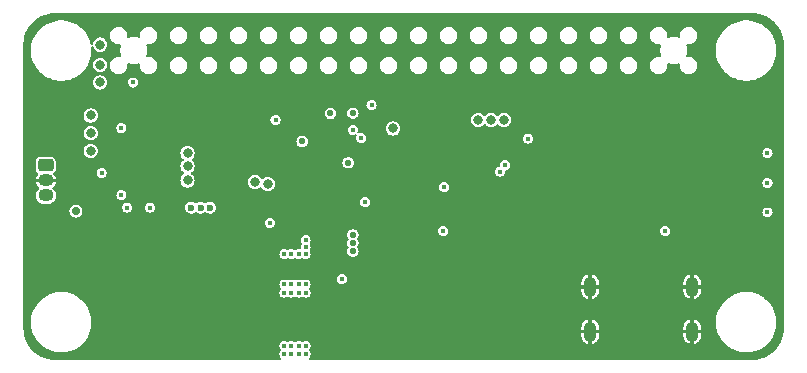
<source format=gbr>
%TF.GenerationSoftware,KiCad,Pcbnew,8.0.4*%
%TF.CreationDate,2024-08-29T10:26:42+02:00*%
%TF.ProjectId,soleil_powerpack,736f6c65-696c-45f7-906f-776572706163,rev?*%
%TF.SameCoordinates,Original*%
%TF.FileFunction,Copper,L3,Inr*%
%TF.FilePolarity,Positive*%
%FSLAX46Y46*%
G04 Gerber Fmt 4.6, Leading zero omitted, Abs format (unit mm)*
G04 Created by KiCad (PCBNEW 8.0.4) date 2024-08-29 10:26:42*
%MOMM*%
%LPD*%
G01*
G04 APERTURE LIST*
G04 Aperture macros list*
%AMRoundRect*
0 Rectangle with rounded corners*
0 $1 Rounding radius*
0 $2 $3 $4 $5 $6 $7 $8 $9 X,Y pos of 4 corners*
0 Add a 4 corners polygon primitive as box body*
4,1,4,$2,$3,$4,$5,$6,$7,$8,$9,$2,$3,0*
0 Add four circle primitives for the rounded corners*
1,1,$1+$1,$2,$3*
1,1,$1+$1,$4,$5*
1,1,$1+$1,$6,$7*
1,1,$1+$1,$8,$9*
0 Add four rect primitives between the rounded corners*
20,1,$1+$1,$2,$3,$4,$5,0*
20,1,$1+$1,$4,$5,$6,$7,0*
20,1,$1+$1,$6,$7,$8,$9,0*
20,1,$1+$1,$8,$9,$2,$3,0*%
G04 Aperture macros list end*
%TA.AperFunction,ComponentPad*%
%ADD10RoundRect,0.249900X-0.400100X0.275100X-0.400100X-0.275100X0.400100X-0.275100X0.400100X0.275100X0*%
%TD*%
%TA.AperFunction,ComponentPad*%
%ADD11O,1.300000X1.050000*%
%TD*%
%TA.AperFunction,ComponentPad*%
%ADD12O,1.100000X1.700000*%
%TD*%
%TA.AperFunction,ViaPad*%
%ADD13C,0.600000*%
%TD*%
%TA.AperFunction,ViaPad*%
%ADD14C,0.450000*%
%TD*%
%TA.AperFunction,ViaPad*%
%ADD15C,0.550000*%
%TD*%
%TA.AperFunction,ViaPad*%
%ADD16C,0.800000*%
%TD*%
%TA.AperFunction,ViaPad*%
%ADD17C,0.700000*%
%TD*%
G04 APERTURE END LIST*
D10*
%TO.N,+4V*%
%TO.C,U5*%
X119700000Y-63230000D03*
D11*
%TO.N,GND*%
X119700000Y-64500000D03*
%TO.N,Net-(JP2-A)*%
X119700000Y-65770000D03*
%TD*%
D12*
%TO.N,GND*%
%TO.C,J1*%
X165780000Y-73500000D03*
X165780000Y-77300000D03*
X174420000Y-73500000D03*
X174420000Y-77300000D03*
%TD*%
D13*
%TO.N,GND*%
X167300000Y-75500000D03*
X172900000Y-75500000D03*
X124400000Y-78500000D03*
X121800000Y-61500000D03*
X136100000Y-61200000D03*
X149800000Y-61700000D03*
X155500000Y-61500000D03*
X162700000Y-61600000D03*
X158200000Y-60600000D03*
X164000000Y-66000000D03*
X159800000Y-78500000D03*
X157700000Y-78500000D03*
X159800000Y-76000000D03*
X157700000Y-76000000D03*
X151700000Y-78500000D03*
X151700000Y-76000000D03*
X148700000Y-76000000D03*
X148700000Y-78500000D03*
X144800000Y-78500000D03*
X144800000Y-76000000D03*
X142800000Y-78500000D03*
X142800000Y-73500000D03*
X142800000Y-76000000D03*
X152500000Y-71700000D03*
X156000000Y-69800000D03*
X147100000Y-68700000D03*
X152500000Y-69800000D03*
X161500000Y-71000000D03*
X166500000Y-60500000D03*
X139500000Y-53500000D03*
X124500000Y-59500000D03*
X134500000Y-53500000D03*
X132000000Y-53500000D03*
X136100000Y-70000000D03*
X126500000Y-59000000D03*
X172500000Y-77500000D03*
X158000000Y-66000000D03*
X170000000Y-66000000D03*
D14*
X129175003Y-66800000D03*
D13*
X180000000Y-57500000D03*
X137500000Y-76000000D03*
X141500000Y-60000000D03*
X152500000Y-53500000D03*
X129500000Y-78500000D03*
D14*
X144750000Y-72200000D03*
D13*
X170000000Y-63500000D03*
X126500000Y-70000000D03*
X133500000Y-70000000D03*
D14*
X158150000Y-64400002D03*
D13*
X164000000Y-71000000D03*
D14*
X135400000Y-63000000D03*
D13*
X156000000Y-67500000D03*
X170100000Y-77500000D03*
X128500000Y-59000000D03*
X130500000Y-70000000D03*
D14*
X145700000Y-59500003D03*
X145700000Y-60900000D03*
D13*
X152500000Y-67500000D03*
X155000000Y-53500000D03*
X170000000Y-60500000D03*
X120000000Y-61500000D03*
X176500000Y-71000000D03*
D14*
X126600000Y-67450003D03*
D13*
X160000000Y-53500000D03*
X176500000Y-57500000D03*
X149500000Y-53500000D03*
X162500000Y-53500000D03*
X147000000Y-53500000D03*
X167700000Y-77500000D03*
X137250000Y-57500000D03*
X120000000Y-70500000D03*
X137500000Y-78500000D03*
X131900000Y-73000000D03*
X129500000Y-53500000D03*
X144500000Y-53500000D03*
X137000000Y-53500000D03*
X166500000Y-66000000D03*
X165000000Y-53500000D03*
X149027225Y-64008732D03*
X134750000Y-57500000D03*
X126500000Y-73000000D03*
X139500000Y-61500000D03*
X157500000Y-53500000D03*
X180000000Y-71000000D03*
X161500000Y-66000000D03*
X167500000Y-53500000D03*
X137500000Y-73500000D03*
D14*
X143800000Y-59525003D03*
D13*
X149000000Y-67500000D03*
X142000000Y-53500000D03*
X139500000Y-63000000D03*
X170000000Y-53500000D03*
D14*
%TO.N,+BATT*%
X146743241Y-66343241D03*
X153425000Y-65075000D03*
D15*
%TO.N,+3V3*%
X141400000Y-61200000D03*
X145300000Y-63000000D03*
D14*
X127100000Y-56200000D03*
D13*
%TO.N,+4V*%
X133600000Y-66800000D03*
D15*
X145700000Y-69800000D03*
X145700000Y-69100000D03*
D14*
X124425000Y-63875000D03*
D13*
X132000000Y-66800000D03*
X132800000Y-66800000D03*
D15*
X145700000Y-70500000D03*
D14*
%TO.N,Net-(D2-A)*%
X126099958Y-65750706D03*
X126100000Y-60059882D03*
D16*
%TO.N,+6V*%
X131700000Y-63300000D03*
X158500000Y-59375000D03*
X138500000Y-64800000D03*
X131700000Y-62200000D03*
X131700000Y-64500000D03*
X149100000Y-60100000D03*
X156300000Y-59375000D03*
X137408565Y-64625000D03*
X157400000Y-59375000D03*
%TO.N,+5V*%
X124300000Y-56200000D03*
X123500000Y-62000000D03*
X124300000Y-53000000D03*
X123500000Y-59000000D03*
X123500000Y-60500000D03*
X124300000Y-54700000D03*
D14*
%TO.N,/POWER_OFF*%
X139150000Y-59375000D03*
X147281233Y-58126637D03*
%TO.N,/I2C2_SDA*%
X158149997Y-63750000D03*
X146400000Y-60900000D03*
D15*
X145700000Y-58800000D03*
X143800000Y-58825000D03*
D14*
%TO.N,/I2C2_SCL*%
X158600000Y-63200000D03*
X145700000Y-60200000D03*
%TO.N,/~{RTC_ALARM}*%
X180800000Y-62200000D03*
X160550000Y-60950000D03*
%TO.N,/~{POWER_ON}*%
X138670406Y-68075000D03*
X172150000Y-68800000D03*
X126600000Y-66800000D03*
X153350000Y-68800000D03*
%TO.N,Net-(JP2-A)*%
X180800000Y-64700000D03*
%TO.N,Net-(L1-Pad2)*%
X139900000Y-73300000D03*
X140500000Y-79200000D03*
X139900000Y-79200000D03*
X141100000Y-78500000D03*
X141100000Y-73300000D03*
X139900000Y-78500000D03*
X140500000Y-74000000D03*
X141700000Y-73300000D03*
X141700000Y-74000000D03*
X141700000Y-70750006D03*
X141100000Y-74000000D03*
X139900000Y-74000000D03*
X141100000Y-70750000D03*
X140500000Y-78500000D03*
X140500000Y-70750000D03*
X141700000Y-78500000D03*
X140500000Y-73300000D03*
X141700000Y-79200000D03*
X141100000Y-79200000D03*
X139900000Y-70750000D03*
X141700000Y-69550000D03*
X141700000Y-70150003D03*
%TO.N,/5V_EN*%
X128525000Y-66800000D03*
X144750000Y-72850003D03*
%TO.N,Net-(JP3-B)*%
X180800000Y-67200000D03*
D17*
X122250000Y-67100000D03*
%TD*%
%TA.AperFunction,Conductor*%
%TO.N,GND*%
G36*
X179502777Y-50300655D02*
G01*
X179796701Y-50317162D01*
X179807724Y-50318404D01*
X180095224Y-50367252D01*
X180106018Y-50369715D01*
X180386251Y-50450449D01*
X180396722Y-50454113D01*
X180666134Y-50565708D01*
X180676136Y-50570525D01*
X180931354Y-50711578D01*
X180940755Y-50717485D01*
X181178575Y-50886228D01*
X181187254Y-50893149D01*
X181272966Y-50969745D01*
X181404697Y-51087467D01*
X181412532Y-51095302D01*
X181452416Y-51139932D01*
X181606850Y-51312745D01*
X181613771Y-51321424D01*
X181782514Y-51559244D01*
X181788421Y-51568645D01*
X181929474Y-51823863D01*
X181934291Y-51833865D01*
X182045884Y-52103273D01*
X182049551Y-52113752D01*
X182130280Y-52393966D01*
X182132750Y-52404790D01*
X182181594Y-52692270D01*
X182182837Y-52703302D01*
X182199344Y-52997222D01*
X182199500Y-53002773D01*
X182199500Y-76997226D01*
X182199344Y-77002777D01*
X182182837Y-77296697D01*
X182181594Y-77307729D01*
X182132750Y-77595209D01*
X182130280Y-77606033D01*
X182049551Y-77886247D01*
X182045884Y-77896726D01*
X181934291Y-78166134D01*
X181929474Y-78176136D01*
X181788421Y-78431354D01*
X181782514Y-78440755D01*
X181613771Y-78678575D01*
X181606850Y-78687254D01*
X181412540Y-78904689D01*
X181404689Y-78912540D01*
X181187254Y-79106850D01*
X181178575Y-79113771D01*
X180940755Y-79282514D01*
X180931354Y-79288421D01*
X180676136Y-79429474D01*
X180666134Y-79434291D01*
X180396726Y-79545884D01*
X180386247Y-79549551D01*
X180106033Y-79630280D01*
X180095209Y-79632750D01*
X179807729Y-79681594D01*
X179796697Y-79682837D01*
X179502778Y-79699344D01*
X179497227Y-79699500D01*
X142041255Y-79699500D01*
X141983064Y-79680593D01*
X141947100Y-79631093D01*
X141947100Y-79569907D01*
X141971249Y-79530498D01*
X142048528Y-79453220D01*
X142109719Y-79333126D01*
X142130804Y-79200000D01*
X142109719Y-79066874D01*
X142085033Y-79018426D01*
X142048529Y-78946782D01*
X142048528Y-78946780D01*
X142021749Y-78920001D01*
X141993974Y-78865487D01*
X142003545Y-78805055D01*
X142021750Y-78779998D01*
X142048528Y-78753220D01*
X142109719Y-78633126D01*
X142130804Y-78500000D01*
X142109719Y-78366874D01*
X142093404Y-78334855D01*
X142048529Y-78246782D01*
X142048528Y-78246780D01*
X141953220Y-78151472D01*
X141953217Y-78151470D01*
X141833129Y-78090282D01*
X141833127Y-78090281D01*
X141700000Y-78069196D01*
X141566874Y-78090281D01*
X141444945Y-78152407D01*
X141384513Y-78161978D01*
X141355055Y-78152407D01*
X141353216Y-78151470D01*
X141233126Y-78090281D01*
X141100000Y-78069196D01*
X140966874Y-78090281D01*
X140844945Y-78152407D01*
X140784513Y-78161978D01*
X140755055Y-78152407D01*
X140753216Y-78151470D01*
X140633126Y-78090281D01*
X140500000Y-78069196D01*
X140366874Y-78090281D01*
X140244945Y-78152407D01*
X140184513Y-78161978D01*
X140155055Y-78152407D01*
X140153216Y-78151470D01*
X140033126Y-78090281D01*
X139900000Y-78069196D01*
X139766872Y-78090281D01*
X139766870Y-78090282D01*
X139646782Y-78151470D01*
X139551470Y-78246782D01*
X139490282Y-78366870D01*
X139490281Y-78366872D01*
X139469196Y-78499999D01*
X139469196Y-78500000D01*
X139490281Y-78633127D01*
X139490282Y-78633129D01*
X139551470Y-78753217D01*
X139551473Y-78753222D01*
X139578249Y-78779998D01*
X139606025Y-78834515D01*
X139596453Y-78894946D01*
X139578249Y-78920002D01*
X139551473Y-78946777D01*
X139551470Y-78946782D01*
X139490282Y-79066870D01*
X139490281Y-79066872D01*
X139469196Y-79199999D01*
X139469196Y-79200000D01*
X139490281Y-79333127D01*
X139490282Y-79333129D01*
X139541827Y-79434291D01*
X139551472Y-79453220D01*
X139628750Y-79530498D01*
X139656526Y-79585013D01*
X139646955Y-79645445D01*
X139603690Y-79688710D01*
X139558745Y-79699500D01*
X120502773Y-79699500D01*
X120497222Y-79699344D01*
X120203302Y-79682837D01*
X120192270Y-79681594D01*
X119904790Y-79632750D01*
X119893966Y-79630280D01*
X119613752Y-79549551D01*
X119603273Y-79545884D01*
X119333865Y-79434291D01*
X119323863Y-79429474D01*
X119068645Y-79288421D01*
X119059244Y-79282514D01*
X118821424Y-79113771D01*
X118812745Y-79106850D01*
X118711695Y-79016547D01*
X118595302Y-78912532D01*
X118587467Y-78904697D01*
X118452099Y-78753220D01*
X118393149Y-78687254D01*
X118386228Y-78678575D01*
X118217485Y-78440755D01*
X118211578Y-78431354D01*
X118196878Y-78404757D01*
X118070525Y-78176136D01*
X118065708Y-78166134D01*
X117987874Y-77978227D01*
X117954113Y-77896722D01*
X117950448Y-77886247D01*
X117869715Y-77606018D01*
X117867252Y-77595224D01*
X117818404Y-77307724D01*
X117817162Y-77296697D01*
X117800656Y-77002777D01*
X117800500Y-76997226D01*
X117800500Y-76356765D01*
X118449500Y-76356765D01*
X118449500Y-76643234D01*
X118481573Y-76927896D01*
X118545318Y-77207185D01*
X118639930Y-77477569D01*
X118764223Y-77735667D01*
X118867481Y-77900000D01*
X118916634Y-77978227D01*
X119095243Y-78202195D01*
X119297805Y-78404757D01*
X119521773Y-78583366D01*
X119600971Y-78633129D01*
X119764332Y-78735776D01*
X119856161Y-78779998D01*
X120022428Y-78860068D01*
X120022431Y-78860069D01*
X120022430Y-78860069D01*
X120292814Y-78954681D01*
X120292817Y-78954681D01*
X120292818Y-78954682D01*
X120572102Y-79018426D01*
X120856767Y-79050500D01*
X120856768Y-79050500D01*
X121143232Y-79050500D01*
X121143233Y-79050500D01*
X121427898Y-79018426D01*
X121707182Y-78954682D01*
X121977572Y-78860068D01*
X122235669Y-78735775D01*
X122478227Y-78583366D01*
X122702195Y-78404757D01*
X122904757Y-78202195D01*
X123083366Y-77978227D01*
X123235775Y-77735669D01*
X123360068Y-77477572D01*
X123454682Y-77207182D01*
X123518426Y-76927898D01*
X123518625Y-76926128D01*
X165030000Y-76926128D01*
X165030000Y-77149999D01*
X165030001Y-77150000D01*
X165480000Y-77150000D01*
X165480000Y-77450000D01*
X165030001Y-77450000D01*
X165030000Y-77450001D01*
X165030000Y-77673871D01*
X165058821Y-77818764D01*
X165058823Y-77818770D01*
X165115358Y-77955257D01*
X165197434Y-78078093D01*
X165301906Y-78182565D01*
X165424742Y-78264641D01*
X165561235Y-78321178D01*
X165561234Y-78321178D01*
X165630000Y-78334855D01*
X165630000Y-77859808D01*
X165664204Y-77879556D01*
X165740504Y-77900000D01*
X165819496Y-77900000D01*
X165895796Y-77879556D01*
X165930000Y-77859808D01*
X165930000Y-78334854D01*
X165998765Y-78321178D01*
X166135257Y-78264641D01*
X166258093Y-78182565D01*
X166362565Y-78078093D01*
X166444641Y-77955257D01*
X166501176Y-77818770D01*
X166501178Y-77818764D01*
X166529999Y-77673871D01*
X166530000Y-77673867D01*
X166530000Y-77450001D01*
X166529999Y-77450000D01*
X166080000Y-77450000D01*
X166080000Y-77150000D01*
X166529999Y-77150000D01*
X166530000Y-77149999D01*
X166530000Y-76926132D01*
X166529999Y-76926128D01*
X173670000Y-76926128D01*
X173670000Y-77149999D01*
X173670001Y-77150000D01*
X174120000Y-77150000D01*
X174120000Y-77450000D01*
X173670001Y-77450000D01*
X173670000Y-77450001D01*
X173670000Y-77673871D01*
X173698821Y-77818764D01*
X173698823Y-77818770D01*
X173755358Y-77955257D01*
X173837434Y-78078093D01*
X173941906Y-78182565D01*
X174064742Y-78264641D01*
X174201235Y-78321178D01*
X174201234Y-78321178D01*
X174270000Y-78334855D01*
X174270000Y-77859808D01*
X174304204Y-77879556D01*
X174380504Y-77900000D01*
X174459496Y-77900000D01*
X174535796Y-77879556D01*
X174570000Y-77859808D01*
X174570000Y-78334854D01*
X174638765Y-78321178D01*
X174775257Y-78264641D01*
X174898093Y-78182565D01*
X175002565Y-78078093D01*
X175084641Y-77955257D01*
X175141176Y-77818770D01*
X175141178Y-77818764D01*
X175169999Y-77673871D01*
X175170000Y-77673867D01*
X175170000Y-77450001D01*
X175169999Y-77450000D01*
X174720000Y-77450000D01*
X174720000Y-77150000D01*
X175169999Y-77150000D01*
X175170000Y-77149999D01*
X175170000Y-76926132D01*
X175169999Y-76926128D01*
X175141178Y-76781235D01*
X175141176Y-76781229D01*
X175084641Y-76644742D01*
X175002565Y-76521906D01*
X174898093Y-76417434D01*
X174807295Y-76356765D01*
X176449500Y-76356765D01*
X176449500Y-76643234D01*
X176481573Y-76927896D01*
X176545318Y-77207185D01*
X176639930Y-77477569D01*
X176764223Y-77735667D01*
X176867481Y-77900000D01*
X176916634Y-77978227D01*
X177095243Y-78202195D01*
X177297805Y-78404757D01*
X177521773Y-78583366D01*
X177600971Y-78633129D01*
X177764332Y-78735776D01*
X177856161Y-78779998D01*
X178022428Y-78860068D01*
X178022431Y-78860069D01*
X178022430Y-78860069D01*
X178292814Y-78954681D01*
X178292817Y-78954681D01*
X178292818Y-78954682D01*
X178572102Y-79018426D01*
X178856767Y-79050500D01*
X178856768Y-79050500D01*
X179143232Y-79050500D01*
X179143233Y-79050500D01*
X179427898Y-79018426D01*
X179707182Y-78954682D01*
X179977572Y-78860068D01*
X180235669Y-78735775D01*
X180478227Y-78583366D01*
X180702195Y-78404757D01*
X180904757Y-78202195D01*
X181083366Y-77978227D01*
X181235775Y-77735669D01*
X181360068Y-77477572D01*
X181454682Y-77207182D01*
X181518426Y-76927898D01*
X181550500Y-76643233D01*
X181550500Y-76356767D01*
X181518426Y-76072102D01*
X181454682Y-75792818D01*
X181360068Y-75522428D01*
X181235776Y-75264332D01*
X181083365Y-75021772D01*
X180904757Y-74797805D01*
X180702195Y-74595243D01*
X180478227Y-74416634D01*
X180467219Y-74409717D01*
X180235667Y-74264223D01*
X179977568Y-74139930D01*
X179977569Y-74139930D01*
X179707185Y-74045318D01*
X179427896Y-73981573D01*
X179143234Y-73949500D01*
X179143233Y-73949500D01*
X178856767Y-73949500D01*
X178856765Y-73949500D01*
X178572103Y-73981573D01*
X178292814Y-74045318D01*
X178022430Y-74139930D01*
X177764332Y-74264223D01*
X177521772Y-74416634D01*
X177297806Y-74595242D01*
X177095242Y-74797806D01*
X176916634Y-75021772D01*
X176764223Y-75264332D01*
X176639930Y-75522430D01*
X176545318Y-75792814D01*
X176481573Y-76072103D01*
X176449500Y-76356765D01*
X174807295Y-76356765D01*
X174775257Y-76335358D01*
X174638767Y-76278822D01*
X174570000Y-76265143D01*
X174570000Y-76740191D01*
X174535796Y-76720444D01*
X174459496Y-76700000D01*
X174380504Y-76700000D01*
X174304204Y-76720444D01*
X174270000Y-76740191D01*
X174270000Y-76265143D01*
X174201232Y-76278822D01*
X174064742Y-76335358D01*
X173941906Y-76417434D01*
X173837434Y-76521906D01*
X173755358Y-76644742D01*
X173698823Y-76781229D01*
X173698821Y-76781235D01*
X173670000Y-76926128D01*
X166529999Y-76926128D01*
X166501178Y-76781235D01*
X166501176Y-76781229D01*
X166444641Y-76644742D01*
X166362565Y-76521906D01*
X166258093Y-76417434D01*
X166135257Y-76335358D01*
X165998767Y-76278822D01*
X165930000Y-76265143D01*
X165930000Y-76740191D01*
X165895796Y-76720444D01*
X165819496Y-76700000D01*
X165740504Y-76700000D01*
X165664204Y-76720444D01*
X165630000Y-76740191D01*
X165630000Y-76265143D01*
X165561232Y-76278822D01*
X165424742Y-76335358D01*
X165301906Y-76417434D01*
X165197434Y-76521906D01*
X165115358Y-76644742D01*
X165058823Y-76781229D01*
X165058821Y-76781235D01*
X165030000Y-76926128D01*
X123518625Y-76926128D01*
X123550500Y-76643233D01*
X123550500Y-76356767D01*
X123518426Y-76072102D01*
X123454682Y-75792818D01*
X123360068Y-75522428D01*
X123235776Y-75264332D01*
X123083365Y-75021772D01*
X122904757Y-74797805D01*
X122702195Y-74595243D01*
X122478227Y-74416634D01*
X122467219Y-74409717D01*
X122235667Y-74264223D01*
X121977568Y-74139930D01*
X121977569Y-74139930D01*
X121707185Y-74045318D01*
X121427896Y-73981573D01*
X121143234Y-73949500D01*
X121143233Y-73949500D01*
X120856767Y-73949500D01*
X120856765Y-73949500D01*
X120572103Y-73981573D01*
X120292814Y-74045318D01*
X120022430Y-74139930D01*
X119764332Y-74264223D01*
X119521772Y-74416634D01*
X119297806Y-74595242D01*
X119095242Y-74797806D01*
X118916634Y-75021772D01*
X118764223Y-75264332D01*
X118639930Y-75522430D01*
X118545318Y-75792814D01*
X118481573Y-76072103D01*
X118449500Y-76356765D01*
X117800500Y-76356765D01*
X117800500Y-73299999D01*
X139469196Y-73299999D01*
X139469196Y-73300000D01*
X139490281Y-73433127D01*
X139490282Y-73433129D01*
X139551470Y-73553217D01*
X139551473Y-73553222D01*
X139578249Y-73579998D01*
X139606025Y-73634515D01*
X139596453Y-73694946D01*
X139578249Y-73720002D01*
X139551473Y-73746777D01*
X139551470Y-73746782D01*
X139490282Y-73866870D01*
X139490281Y-73866872D01*
X139469196Y-73999999D01*
X139469196Y-74000000D01*
X139490281Y-74133127D01*
X139490282Y-74133129D01*
X139501557Y-74155257D01*
X139551472Y-74253220D01*
X139646780Y-74348528D01*
X139766874Y-74409719D01*
X139900000Y-74430804D01*
X140033126Y-74409719D01*
X140153220Y-74348528D01*
X140153221Y-74348526D01*
X140155054Y-74347593D01*
X140215486Y-74338021D01*
X140244946Y-74347593D01*
X140246778Y-74348526D01*
X140246780Y-74348528D01*
X140366874Y-74409719D01*
X140500000Y-74430804D01*
X140633126Y-74409719D01*
X140753220Y-74348528D01*
X140753221Y-74348526D01*
X140755054Y-74347593D01*
X140815486Y-74338021D01*
X140844946Y-74347593D01*
X140846778Y-74348526D01*
X140846780Y-74348528D01*
X140966874Y-74409719D01*
X141100000Y-74430804D01*
X141233126Y-74409719D01*
X141353220Y-74348528D01*
X141353221Y-74348526D01*
X141355054Y-74347593D01*
X141415486Y-74338021D01*
X141444946Y-74347593D01*
X141446778Y-74348526D01*
X141446780Y-74348528D01*
X141566874Y-74409719D01*
X141700000Y-74430804D01*
X141833126Y-74409719D01*
X141953220Y-74348528D01*
X142048528Y-74253220D01*
X142109719Y-74133126D01*
X142130804Y-74000000D01*
X142127885Y-73981573D01*
X142126835Y-73974945D01*
X142109719Y-73866874D01*
X142048528Y-73746780D01*
X142021749Y-73720001D01*
X141993974Y-73665487D01*
X142003545Y-73605055D01*
X142021750Y-73579998D01*
X142048528Y-73553220D01*
X142109719Y-73433126D01*
X142130804Y-73300000D01*
X142109719Y-73166874D01*
X142048528Y-73046780D01*
X141953220Y-72951472D01*
X141953217Y-72951470D01*
X141833129Y-72890282D01*
X141833127Y-72890281D01*
X141700000Y-72869196D01*
X141566874Y-72890281D01*
X141444945Y-72952407D01*
X141384513Y-72961978D01*
X141355055Y-72952407D01*
X141292324Y-72920444D01*
X141233126Y-72890281D01*
X141100000Y-72869196D01*
X140966874Y-72890281D01*
X140844945Y-72952407D01*
X140784513Y-72961978D01*
X140755055Y-72952407D01*
X140692324Y-72920444D01*
X140633126Y-72890281D01*
X140500000Y-72869196D01*
X140366874Y-72890281D01*
X140244945Y-72952407D01*
X140184513Y-72961978D01*
X140155055Y-72952407D01*
X140092324Y-72920444D01*
X140033126Y-72890281D01*
X139900000Y-72869196D01*
X139766872Y-72890281D01*
X139766870Y-72890282D01*
X139646782Y-72951470D01*
X139551470Y-73046782D01*
X139490282Y-73166870D01*
X139490281Y-73166872D01*
X139469196Y-73299999D01*
X117800500Y-73299999D01*
X117800500Y-72850002D01*
X144319196Y-72850002D01*
X144319196Y-72850003D01*
X144340281Y-72983130D01*
X144340282Y-72983132D01*
X144391781Y-73084204D01*
X144401472Y-73103223D01*
X144496780Y-73198531D01*
X144616874Y-73259722D01*
X144750000Y-73280807D01*
X144883126Y-73259722D01*
X145003220Y-73198531D01*
X145075623Y-73126128D01*
X165030000Y-73126128D01*
X165030000Y-73349999D01*
X165030001Y-73350000D01*
X165480000Y-73350000D01*
X165480000Y-73650000D01*
X165030001Y-73650000D01*
X165030000Y-73650001D01*
X165030000Y-73873871D01*
X165058821Y-74018764D01*
X165058823Y-74018770D01*
X165115358Y-74155257D01*
X165197434Y-74278093D01*
X165301906Y-74382565D01*
X165424742Y-74464641D01*
X165561235Y-74521178D01*
X165561234Y-74521178D01*
X165630000Y-74534855D01*
X165630000Y-74059808D01*
X165664204Y-74079556D01*
X165740504Y-74100000D01*
X165819496Y-74100000D01*
X165895796Y-74079556D01*
X165930000Y-74059808D01*
X165930000Y-74534854D01*
X165998765Y-74521178D01*
X166135257Y-74464641D01*
X166258093Y-74382565D01*
X166362565Y-74278093D01*
X166444641Y-74155257D01*
X166501176Y-74018770D01*
X166501178Y-74018764D01*
X166529999Y-73873871D01*
X166530000Y-73873867D01*
X166530000Y-73650001D01*
X166529999Y-73650000D01*
X166080000Y-73650000D01*
X166080000Y-73350000D01*
X166529999Y-73350000D01*
X166530000Y-73349999D01*
X166530000Y-73126132D01*
X166529999Y-73126128D01*
X173670000Y-73126128D01*
X173670000Y-73349999D01*
X173670001Y-73350000D01*
X174120000Y-73350000D01*
X174120000Y-73650000D01*
X173670001Y-73650000D01*
X173670000Y-73650001D01*
X173670000Y-73873871D01*
X173698821Y-74018764D01*
X173698823Y-74018770D01*
X173755358Y-74155257D01*
X173837434Y-74278093D01*
X173941906Y-74382565D01*
X174064742Y-74464641D01*
X174201235Y-74521178D01*
X174201234Y-74521178D01*
X174270000Y-74534855D01*
X174270000Y-74059808D01*
X174304204Y-74079556D01*
X174380504Y-74100000D01*
X174459496Y-74100000D01*
X174535796Y-74079556D01*
X174570000Y-74059808D01*
X174570000Y-74534854D01*
X174638765Y-74521178D01*
X174775257Y-74464641D01*
X174898093Y-74382565D01*
X175002565Y-74278093D01*
X175084641Y-74155257D01*
X175141176Y-74018770D01*
X175141178Y-74018764D01*
X175169999Y-73873871D01*
X175170000Y-73873867D01*
X175170000Y-73650001D01*
X175169999Y-73650000D01*
X174720000Y-73650000D01*
X174720000Y-73350000D01*
X175169999Y-73350000D01*
X175170000Y-73349999D01*
X175170000Y-73126132D01*
X175169999Y-73126128D01*
X175141178Y-72981235D01*
X175141176Y-72981229D01*
X175084641Y-72844742D01*
X175002565Y-72721906D01*
X174898093Y-72617434D01*
X174775257Y-72535358D01*
X174638767Y-72478822D01*
X174570000Y-72465143D01*
X174570000Y-72940191D01*
X174535796Y-72920444D01*
X174459496Y-72900000D01*
X174380504Y-72900000D01*
X174304204Y-72920444D01*
X174270000Y-72940191D01*
X174270000Y-72465143D01*
X174201232Y-72478822D01*
X174064742Y-72535358D01*
X173941906Y-72617434D01*
X173837434Y-72721906D01*
X173755358Y-72844742D01*
X173698823Y-72981229D01*
X173698821Y-72981235D01*
X173670000Y-73126128D01*
X166529999Y-73126128D01*
X166501178Y-72981235D01*
X166501176Y-72981229D01*
X166444641Y-72844742D01*
X166362565Y-72721906D01*
X166258093Y-72617434D01*
X166135257Y-72535358D01*
X165998767Y-72478822D01*
X165930000Y-72465143D01*
X165930000Y-72940191D01*
X165895796Y-72920444D01*
X165819496Y-72900000D01*
X165740504Y-72900000D01*
X165664204Y-72920444D01*
X165630000Y-72940191D01*
X165630000Y-72465143D01*
X165561232Y-72478822D01*
X165424742Y-72535358D01*
X165301906Y-72617434D01*
X165197434Y-72721906D01*
X165115358Y-72844742D01*
X165058823Y-72981229D01*
X165058821Y-72981235D01*
X165030000Y-73126128D01*
X145075623Y-73126128D01*
X145098528Y-73103223D01*
X145159719Y-72983129D01*
X145180804Y-72850003D01*
X145159719Y-72716877D01*
X145098528Y-72596783D01*
X145003220Y-72501475D01*
X145003217Y-72501473D01*
X144883129Y-72440285D01*
X144883127Y-72440284D01*
X144750000Y-72419199D01*
X144616872Y-72440284D01*
X144616870Y-72440285D01*
X144496782Y-72501473D01*
X144401470Y-72596785D01*
X144340282Y-72716873D01*
X144340281Y-72716875D01*
X144319196Y-72850002D01*
X117800500Y-72850002D01*
X117800500Y-70749999D01*
X139469196Y-70749999D01*
X139469196Y-70750000D01*
X139490281Y-70883127D01*
X139490282Y-70883129D01*
X139551470Y-71003217D01*
X139551472Y-71003220D01*
X139646780Y-71098528D01*
X139766874Y-71159719D01*
X139900000Y-71180804D01*
X140033126Y-71159719D01*
X140153220Y-71098528D01*
X140153221Y-71098526D01*
X140155054Y-71097593D01*
X140215486Y-71088021D01*
X140244946Y-71097593D01*
X140246778Y-71098526D01*
X140246780Y-71098528D01*
X140366874Y-71159719D01*
X140500000Y-71180804D01*
X140633126Y-71159719D01*
X140753220Y-71098528D01*
X140753221Y-71098526D01*
X140755054Y-71097593D01*
X140815486Y-71088021D01*
X140844946Y-71097593D01*
X140846778Y-71098526D01*
X140846780Y-71098528D01*
X140966874Y-71159719D01*
X141100000Y-71180804D01*
X141233126Y-71159719D01*
X141353220Y-71098528D01*
X141353221Y-71098526D01*
X141355048Y-71097596D01*
X141415480Y-71088024D01*
X141444940Y-71097596D01*
X141446779Y-71098533D01*
X141446780Y-71098534D01*
X141566874Y-71159725D01*
X141700000Y-71180810D01*
X141833126Y-71159725D01*
X141953220Y-71098534D01*
X142048528Y-71003226D01*
X142109719Y-70883132D01*
X142130804Y-70750006D01*
X142109719Y-70616880D01*
X142048528Y-70496786D01*
X142048526Y-70496784D01*
X142047592Y-70494950D01*
X142038020Y-70434518D01*
X142047592Y-70405058D01*
X142048525Y-70403225D01*
X142048528Y-70403223D01*
X142109719Y-70283129D01*
X142130804Y-70150003D01*
X142109719Y-70016877D01*
X142048528Y-69896783D01*
X142048526Y-69896781D01*
X142047592Y-69894947D01*
X142038020Y-69834515D01*
X142047592Y-69805055D01*
X142048525Y-69803222D01*
X142048528Y-69803220D01*
X142109719Y-69683126D01*
X142130804Y-69550000D01*
X142109719Y-69416874D01*
X142093564Y-69385169D01*
X142048529Y-69296782D01*
X142048528Y-69296780D01*
X141953220Y-69201472D01*
X141953217Y-69201470D01*
X141833129Y-69140282D01*
X141833127Y-69140281D01*
X141700000Y-69119196D01*
X141566872Y-69140281D01*
X141566870Y-69140282D01*
X141446782Y-69201470D01*
X141351470Y-69296782D01*
X141290282Y-69416870D01*
X141290281Y-69416872D01*
X141269196Y-69549999D01*
X141269196Y-69550000D01*
X141290281Y-69683127D01*
X141320745Y-69742915D01*
X141351472Y-69803220D01*
X141351473Y-69803221D01*
X141352407Y-69805054D01*
X141361979Y-69865486D01*
X141352408Y-69894945D01*
X141290281Y-70016877D01*
X141269196Y-70150002D01*
X141269196Y-70150004D01*
X141279720Y-70216454D01*
X141270148Y-70276886D01*
X141226883Y-70320150D01*
X141166452Y-70329720D01*
X141100000Y-70319196D01*
X140966874Y-70340281D01*
X140844945Y-70402407D01*
X140784513Y-70411978D01*
X140755055Y-70402407D01*
X140680976Y-70364662D01*
X140633126Y-70340281D01*
X140500000Y-70319196D01*
X140366874Y-70340281D01*
X140244945Y-70402407D01*
X140184513Y-70411978D01*
X140155055Y-70402407D01*
X140080976Y-70364662D01*
X140033126Y-70340281D01*
X139900000Y-70319196D01*
X139766872Y-70340281D01*
X139766870Y-70340282D01*
X139646782Y-70401470D01*
X139551470Y-70496782D01*
X139490282Y-70616870D01*
X139490281Y-70616872D01*
X139469196Y-70749999D01*
X117800500Y-70749999D01*
X117800500Y-69099997D01*
X145219610Y-69099997D01*
X145219610Y-69100002D01*
X145239067Y-69235337D01*
X145239069Y-69235345D01*
X145295866Y-69359712D01*
X145295870Y-69359718D01*
X145317924Y-69385170D01*
X145341741Y-69441530D01*
X145327882Y-69501125D01*
X145317924Y-69514830D01*
X145295870Y-69540281D01*
X145295866Y-69540287D01*
X145239069Y-69664654D01*
X145239067Y-69664662D01*
X145219610Y-69799997D01*
X145219610Y-69800002D01*
X145239067Y-69935337D01*
X145239069Y-69935345D01*
X145295866Y-70059712D01*
X145295870Y-70059718D01*
X145317924Y-70085170D01*
X145341741Y-70141530D01*
X145327882Y-70201125D01*
X145317924Y-70214830D01*
X145295870Y-70240281D01*
X145295866Y-70240287D01*
X145239069Y-70364654D01*
X145239067Y-70364662D01*
X145219610Y-70499997D01*
X145219610Y-70500002D01*
X145239067Y-70635337D01*
X145239069Y-70635345D01*
X145295868Y-70759715D01*
X145295869Y-70759716D01*
X145295870Y-70759718D01*
X145385411Y-70863055D01*
X145500439Y-70936978D01*
X145631633Y-70975500D01*
X145631634Y-70975500D01*
X145768366Y-70975500D01*
X145768367Y-70975500D01*
X145899561Y-70936978D01*
X146014589Y-70863055D01*
X146104130Y-70759718D01*
X146160931Y-70635342D01*
X146160932Y-70635337D01*
X146180390Y-70500002D01*
X146180390Y-70499997D01*
X146160932Y-70364662D01*
X146160930Y-70364654D01*
X146104131Y-70240283D01*
X146104130Y-70240281D01*
X146082077Y-70214831D01*
X146058259Y-70158472D01*
X146072118Y-70098877D01*
X146082077Y-70085169D01*
X146104130Y-70059718D01*
X146104131Y-70059716D01*
X146160930Y-69935345D01*
X146160932Y-69935337D01*
X146180390Y-69800002D01*
X146180390Y-69799997D01*
X146160932Y-69664662D01*
X146160930Y-69664654D01*
X146104131Y-69540283D01*
X146104130Y-69540281D01*
X146082077Y-69514831D01*
X146058259Y-69458472D01*
X146072118Y-69398877D01*
X146082077Y-69385169D01*
X146104130Y-69359718D01*
X146104131Y-69359716D01*
X146160930Y-69235345D01*
X146160932Y-69235337D01*
X146180390Y-69100002D01*
X146180390Y-69099997D01*
X146160932Y-68964662D01*
X146160930Y-68964654D01*
X146104131Y-68840284D01*
X146104130Y-68840283D01*
X146104130Y-68840282D01*
X146069225Y-68799999D01*
X152919196Y-68799999D01*
X152919196Y-68800000D01*
X152940281Y-68933127D01*
X152940282Y-68933129D01*
X152956345Y-68964654D01*
X153001472Y-69053220D01*
X153096780Y-69148528D01*
X153216874Y-69209719D01*
X153350000Y-69230804D01*
X153483126Y-69209719D01*
X153603220Y-69148528D01*
X153698528Y-69053220D01*
X153759719Y-68933126D01*
X153780804Y-68800000D01*
X153780804Y-68799999D01*
X171719196Y-68799999D01*
X171719196Y-68800000D01*
X171740281Y-68933127D01*
X171740282Y-68933129D01*
X171756345Y-68964654D01*
X171801472Y-69053220D01*
X171896780Y-69148528D01*
X172016874Y-69209719D01*
X172150000Y-69230804D01*
X172283126Y-69209719D01*
X172403220Y-69148528D01*
X172498528Y-69053220D01*
X172559719Y-68933126D01*
X172580804Y-68800000D01*
X172559719Y-68666874D01*
X172498528Y-68546780D01*
X172403220Y-68451472D01*
X172403217Y-68451470D01*
X172283129Y-68390282D01*
X172283127Y-68390281D01*
X172150000Y-68369196D01*
X172016872Y-68390281D01*
X172016870Y-68390282D01*
X171896782Y-68451470D01*
X171801470Y-68546782D01*
X171740282Y-68666870D01*
X171740281Y-68666872D01*
X171719196Y-68799999D01*
X153780804Y-68799999D01*
X153759719Y-68666874D01*
X153698528Y-68546780D01*
X153603220Y-68451472D01*
X153603217Y-68451470D01*
X153483129Y-68390282D01*
X153483127Y-68390281D01*
X153350000Y-68369196D01*
X153216872Y-68390281D01*
X153216870Y-68390282D01*
X153096782Y-68451470D01*
X153001470Y-68546782D01*
X152940282Y-68666870D01*
X152940281Y-68666872D01*
X152919196Y-68799999D01*
X146069225Y-68799999D01*
X146014589Y-68736945D01*
X145899561Y-68663022D01*
X145899558Y-68663021D01*
X145768368Y-68624500D01*
X145768367Y-68624500D01*
X145631633Y-68624500D01*
X145631631Y-68624500D01*
X145500441Y-68663021D01*
X145500439Y-68663021D01*
X145500439Y-68663022D01*
X145385411Y-68736945D01*
X145385410Y-68736945D01*
X145385410Y-68736946D01*
X145295868Y-68840284D01*
X145239069Y-68964654D01*
X145239067Y-68964662D01*
X145219610Y-69099997D01*
X117800500Y-69099997D01*
X117800500Y-68074999D01*
X138239602Y-68074999D01*
X138239602Y-68075000D01*
X138260687Y-68208127D01*
X138260688Y-68208129D01*
X138321876Y-68328217D01*
X138321878Y-68328220D01*
X138417186Y-68423528D01*
X138537280Y-68484719D01*
X138670406Y-68505804D01*
X138803532Y-68484719D01*
X138923626Y-68423528D01*
X139018934Y-68328220D01*
X139080125Y-68208126D01*
X139101210Y-68075000D01*
X139080125Y-67941874D01*
X139018934Y-67821780D01*
X138923626Y-67726472D01*
X138923623Y-67726470D01*
X138803535Y-67665282D01*
X138803533Y-67665281D01*
X138670406Y-67644196D01*
X138537278Y-67665281D01*
X138537276Y-67665282D01*
X138417188Y-67726470D01*
X138321876Y-67821782D01*
X138260688Y-67941870D01*
X138260687Y-67941872D01*
X138239602Y-68074999D01*
X117800500Y-68074999D01*
X117800500Y-67099999D01*
X121694750Y-67099999D01*
X121694750Y-67100000D01*
X121713669Y-67243708D01*
X121713670Y-67243709D01*
X121750707Y-67333127D01*
X121769139Y-67377625D01*
X121857379Y-67492621D01*
X121972375Y-67580861D01*
X122106291Y-67636330D01*
X122250000Y-67655250D01*
X122393709Y-67636330D01*
X122527625Y-67580861D01*
X122642621Y-67492621D01*
X122730861Y-67377625D01*
X122786330Y-67243709D01*
X122805250Y-67100000D01*
X122801744Y-67073373D01*
X122786330Y-66956291D01*
X122730861Y-66822375D01*
X122713691Y-66799999D01*
X126169196Y-66799999D01*
X126169196Y-66800000D01*
X126190281Y-66933127D01*
X126190282Y-66933129D01*
X126202084Y-66956291D01*
X126251472Y-67053220D01*
X126346780Y-67148528D01*
X126466874Y-67209719D01*
X126600000Y-67230804D01*
X126733126Y-67209719D01*
X126853220Y-67148528D01*
X126948528Y-67053220D01*
X127009719Y-66933126D01*
X127030804Y-66800000D01*
X127030804Y-66799999D01*
X128094196Y-66799999D01*
X128094196Y-66800000D01*
X128115281Y-66933127D01*
X128115282Y-66933129D01*
X128127084Y-66956291D01*
X128176472Y-67053220D01*
X128271780Y-67148528D01*
X128391874Y-67209719D01*
X128525000Y-67230804D01*
X128658126Y-67209719D01*
X128778220Y-67148528D01*
X128873528Y-67053220D01*
X128934719Y-66933126D01*
X128955804Y-66800000D01*
X128955804Y-66799997D01*
X131494353Y-66799997D01*
X131494353Y-66800002D01*
X131514834Y-66942456D01*
X131565418Y-67053217D01*
X131574623Y-67073373D01*
X131665840Y-67178644D01*
X131668873Y-67182144D01*
X131789942Y-67259950D01*
X131789947Y-67259953D01*
X131896403Y-67291211D01*
X131928035Y-67300499D01*
X131928036Y-67300499D01*
X131928039Y-67300500D01*
X131928041Y-67300500D01*
X132071959Y-67300500D01*
X132071961Y-67300500D01*
X132210053Y-67259953D01*
X132331128Y-67182143D01*
X132331136Y-67182133D01*
X132335165Y-67178644D01*
X132391523Y-67154824D01*
X132451119Y-67168679D01*
X132464835Y-67178644D01*
X132468866Y-67182137D01*
X132468872Y-67182143D01*
X132589947Y-67259953D01*
X132696403Y-67291211D01*
X132728035Y-67300499D01*
X132728036Y-67300499D01*
X132728039Y-67300500D01*
X132728041Y-67300500D01*
X132871959Y-67300500D01*
X132871961Y-67300500D01*
X133010053Y-67259953D01*
X133131128Y-67182143D01*
X133131136Y-67182133D01*
X133135165Y-67178644D01*
X133191523Y-67154824D01*
X133251119Y-67168679D01*
X133264835Y-67178644D01*
X133268866Y-67182137D01*
X133268872Y-67182143D01*
X133389947Y-67259953D01*
X133496403Y-67291211D01*
X133528035Y-67300499D01*
X133528036Y-67300499D01*
X133528039Y-67300500D01*
X133528041Y-67300500D01*
X133671959Y-67300500D01*
X133671961Y-67300500D01*
X133810053Y-67259953D01*
X133903343Y-67199999D01*
X180369196Y-67199999D01*
X180369196Y-67200000D01*
X180390281Y-67333127D01*
X180390282Y-67333129D01*
X180412952Y-67377621D01*
X180451472Y-67453220D01*
X180546780Y-67548528D01*
X180666874Y-67609719D01*
X180800000Y-67630804D01*
X180933126Y-67609719D01*
X181053220Y-67548528D01*
X181148528Y-67453220D01*
X181209719Y-67333126D01*
X181230804Y-67200000D01*
X181209719Y-67066874D01*
X181148528Y-66946780D01*
X181053220Y-66851472D01*
X181053217Y-66851470D01*
X180933129Y-66790282D01*
X180933127Y-66790281D01*
X180800000Y-66769196D01*
X180666872Y-66790281D01*
X180666870Y-66790282D01*
X180546782Y-66851470D01*
X180451470Y-66946782D01*
X180390282Y-67066870D01*
X180390281Y-67066872D01*
X180369196Y-67199999D01*
X133903343Y-67199999D01*
X133931128Y-67182143D01*
X134025377Y-67073373D01*
X134085165Y-66942457D01*
X134105647Y-66800000D01*
X134101915Y-66774045D01*
X134085165Y-66657543D01*
X134042294Y-66563670D01*
X134025377Y-66526627D01*
X133931128Y-66417857D01*
X133931127Y-66417856D01*
X133931126Y-66417855D01*
X133815022Y-66343240D01*
X146312437Y-66343240D01*
X146312437Y-66343241D01*
X146333522Y-66476368D01*
X146333523Y-66476370D01*
X146378005Y-66563670D01*
X146394713Y-66596461D01*
X146490021Y-66691769D01*
X146610115Y-66752960D01*
X146743241Y-66774045D01*
X146876367Y-66752960D01*
X146996461Y-66691769D01*
X147091769Y-66596461D01*
X147152960Y-66476367D01*
X147174045Y-66343241D01*
X147173539Y-66340049D01*
X147167117Y-66299500D01*
X147152960Y-66210115D01*
X147091769Y-66090021D01*
X146996461Y-65994713D01*
X146996458Y-65994711D01*
X146876370Y-65933523D01*
X146876368Y-65933522D01*
X146743241Y-65912437D01*
X146610113Y-65933522D01*
X146610111Y-65933523D01*
X146490023Y-65994711D01*
X146394711Y-66090023D01*
X146333523Y-66210111D01*
X146333522Y-66210113D01*
X146312437Y-66343240D01*
X133815022Y-66343240D01*
X133810057Y-66340049D01*
X133810054Y-66340047D01*
X133810053Y-66340047D01*
X133810050Y-66340046D01*
X133671964Y-66299500D01*
X133671961Y-66299500D01*
X133528039Y-66299500D01*
X133528035Y-66299500D01*
X133389949Y-66340046D01*
X133389942Y-66340049D01*
X133268872Y-66417856D01*
X133264830Y-66421359D01*
X133208471Y-66445176D01*
X133148876Y-66431317D01*
X133135170Y-66421359D01*
X133131127Y-66417856D01*
X133010057Y-66340049D01*
X133010054Y-66340047D01*
X133010053Y-66340047D01*
X133010050Y-66340046D01*
X132871964Y-66299500D01*
X132871961Y-66299500D01*
X132728039Y-66299500D01*
X132728035Y-66299500D01*
X132589949Y-66340046D01*
X132589942Y-66340049D01*
X132468872Y-66417856D01*
X132464830Y-66421359D01*
X132408471Y-66445176D01*
X132348876Y-66431317D01*
X132335170Y-66421359D01*
X132331127Y-66417856D01*
X132210057Y-66340049D01*
X132210054Y-66340047D01*
X132210053Y-66340047D01*
X132210050Y-66340046D01*
X132071964Y-66299500D01*
X132071961Y-66299500D01*
X131928039Y-66299500D01*
X131928035Y-66299500D01*
X131789949Y-66340046D01*
X131789942Y-66340049D01*
X131668873Y-66417855D01*
X131574622Y-66526628D01*
X131514834Y-66657543D01*
X131494353Y-66799997D01*
X128955804Y-66799997D01*
X128934719Y-66666874D01*
X128873528Y-66546780D01*
X128778220Y-66451472D01*
X128778217Y-66451470D01*
X128658129Y-66390282D01*
X128658127Y-66390281D01*
X128525000Y-66369196D01*
X128391872Y-66390281D01*
X128391870Y-66390282D01*
X128271782Y-66451470D01*
X128176470Y-66546782D01*
X128115282Y-66666870D01*
X128115281Y-66666872D01*
X128094196Y-66799999D01*
X127030804Y-66799999D01*
X127009719Y-66666874D01*
X126948528Y-66546780D01*
X126853220Y-66451472D01*
X126853217Y-66451470D01*
X126733129Y-66390282D01*
X126733127Y-66390281D01*
X126600000Y-66369196D01*
X126466872Y-66390281D01*
X126466870Y-66390282D01*
X126346782Y-66451470D01*
X126251470Y-66546782D01*
X126190282Y-66666870D01*
X126190281Y-66666872D01*
X126169196Y-66799999D01*
X122713691Y-66799999D01*
X122642621Y-66707379D01*
X122527625Y-66619139D01*
X122527621Y-66619137D01*
X122393709Y-66563670D01*
X122393708Y-66563669D01*
X122250000Y-66544750D01*
X122106291Y-66563669D01*
X122106290Y-66563670D01*
X121972378Y-66619137D01*
X121972374Y-66619139D01*
X121857381Y-66707377D01*
X121857377Y-66707381D01*
X121769139Y-66822374D01*
X121769137Y-66822378D01*
X121713670Y-66956290D01*
X121713669Y-66956291D01*
X121694750Y-67099999D01*
X117800500Y-67099999D01*
X117800500Y-62900645D01*
X118849500Y-62900645D01*
X118849500Y-63559354D01*
X118852353Y-63589776D01*
X118852353Y-63589778D01*
X118852354Y-63589780D01*
X118863551Y-63621780D01*
X118897198Y-63717938D01*
X118977818Y-63827174D01*
X118977822Y-63827178D01*
X119026048Y-63862770D01*
X119061641Y-63912538D01*
X119061183Y-63973722D01*
X119037265Y-64012428D01*
X119011864Y-64037829D01*
X119011856Y-64037839D01*
X118932511Y-64156585D01*
X118932511Y-64156586D01*
X118877861Y-64288523D01*
X118877860Y-64288526D01*
X118865633Y-64349999D01*
X118865634Y-64350000D01*
X119353590Y-64350000D01*
X119350556Y-64355255D01*
X119325000Y-64450630D01*
X119325000Y-64549370D01*
X119350556Y-64644745D01*
X119353590Y-64650000D01*
X118865633Y-64650000D01*
X118877860Y-64711473D01*
X118877861Y-64711476D01*
X118932511Y-64843413D01*
X118932511Y-64843414D01*
X119011856Y-64962160D01*
X119011859Y-64962164D01*
X119114338Y-65064643D01*
X119142115Y-65119160D01*
X119132544Y-65179592D01*
X119114338Y-65204651D01*
X119011471Y-65307517D01*
X119011468Y-65307521D01*
X118932074Y-65426340D01*
X118932068Y-65426351D01*
X118877381Y-65558378D01*
X118877381Y-65558380D01*
X118849500Y-65698542D01*
X118849500Y-65841457D01*
X118877381Y-65981619D01*
X118877381Y-65981621D01*
X118932068Y-66113648D01*
X118932074Y-66113659D01*
X118963322Y-66160424D01*
X119011468Y-66232479D01*
X119112521Y-66333532D01*
X119165896Y-66369196D01*
X119231340Y-66412925D01*
X119231351Y-66412931D01*
X119275739Y-66431317D01*
X119363380Y-66467619D01*
X119503545Y-66495500D01*
X119503546Y-66495500D01*
X119896454Y-66495500D01*
X119896455Y-66495500D01*
X120036620Y-66467619D01*
X120168653Y-66412929D01*
X120287479Y-66333532D01*
X120388532Y-66232479D01*
X120467929Y-66113653D01*
X120522619Y-65981620D01*
X120550500Y-65841455D01*
X120550500Y-65750705D01*
X125669154Y-65750705D01*
X125669154Y-65750706D01*
X125690239Y-65883833D01*
X125690240Y-65883835D01*
X125751428Y-66003923D01*
X125751430Y-66003926D01*
X125846738Y-66099234D01*
X125966832Y-66160425D01*
X126099958Y-66181510D01*
X126233084Y-66160425D01*
X126353178Y-66099234D01*
X126448486Y-66003926D01*
X126509677Y-65883832D01*
X126530762Y-65750706D01*
X126509677Y-65617580D01*
X126448486Y-65497486D01*
X126353178Y-65402178D01*
X126353175Y-65402176D01*
X126233087Y-65340988D01*
X126233085Y-65340987D01*
X126099958Y-65319902D01*
X125966830Y-65340987D01*
X125966828Y-65340988D01*
X125846740Y-65402176D01*
X125751428Y-65497488D01*
X125690240Y-65617576D01*
X125690239Y-65617578D01*
X125669154Y-65750705D01*
X120550500Y-65750705D01*
X120550500Y-65698545D01*
X120522619Y-65558380D01*
X120467929Y-65426347D01*
X120467928Y-65426345D01*
X120467925Y-65426340D01*
X120435866Y-65378362D01*
X120388532Y-65307521D01*
X120287479Y-65206468D01*
X120285661Y-65204650D01*
X120257884Y-65150133D01*
X120267455Y-65089701D01*
X120285662Y-65064642D01*
X120388136Y-64962169D01*
X120388143Y-64962160D01*
X120467488Y-64843414D01*
X120467488Y-64843413D01*
X120522138Y-64711476D01*
X120522139Y-64711473D01*
X120534367Y-64650000D01*
X120046410Y-64650000D01*
X120049444Y-64644745D01*
X120075000Y-64549370D01*
X120075000Y-64450630D01*
X120049444Y-64355255D01*
X120046410Y-64350000D01*
X120534366Y-64350000D01*
X120534366Y-64349999D01*
X120522139Y-64288526D01*
X120522138Y-64288523D01*
X120467488Y-64156586D01*
X120467488Y-64156585D01*
X120388143Y-64037839D01*
X120388140Y-64037835D01*
X120362735Y-64012430D01*
X120334958Y-63957913D01*
X120344529Y-63897481D01*
X120363586Y-63874999D01*
X123994196Y-63874999D01*
X123994196Y-63875000D01*
X124015281Y-64008127D01*
X124015282Y-64008129D01*
X124074831Y-64125000D01*
X124076472Y-64128220D01*
X124171780Y-64223528D01*
X124291874Y-64284719D01*
X124425000Y-64305804D01*
X124558126Y-64284719D01*
X124678220Y-64223528D01*
X124773528Y-64128220D01*
X124834719Y-64008126D01*
X124855804Y-63875000D01*
X124854529Y-63866953D01*
X124847324Y-63821458D01*
X124834719Y-63741874D01*
X124773528Y-63621780D01*
X124678220Y-63526472D01*
X124678217Y-63526470D01*
X124558129Y-63465282D01*
X124558127Y-63465281D01*
X124425000Y-63444196D01*
X124291872Y-63465281D01*
X124291870Y-63465282D01*
X124171782Y-63526470D01*
X124076470Y-63621782D01*
X124015282Y-63741870D01*
X124015281Y-63741872D01*
X123994196Y-63874999D01*
X120363586Y-63874999D01*
X120373951Y-63862771D01*
X120422178Y-63827178D01*
X120485138Y-63741870D01*
X120502801Y-63717938D01*
X120502801Y-63717937D01*
X120502803Y-63717935D01*
X120547646Y-63589780D01*
X120550499Y-63559353D01*
X120550500Y-63559353D01*
X120550500Y-62900647D01*
X120550499Y-62900645D01*
X120547646Y-62870223D01*
X120547646Y-62870220D01*
X120502803Y-62742065D01*
X120502801Y-62742063D01*
X120502801Y-62742061D01*
X120422181Y-62632825D01*
X120422174Y-62632818D01*
X120312938Y-62552198D01*
X120298753Y-62547234D01*
X120184780Y-62507354D01*
X120184778Y-62507353D01*
X120184776Y-62507353D01*
X120154354Y-62504500D01*
X120154346Y-62504500D01*
X119245654Y-62504500D01*
X119245645Y-62504500D01*
X119215223Y-62507353D01*
X119087061Y-62552198D01*
X118977825Y-62632818D01*
X118977818Y-62632825D01*
X118897198Y-62742061D01*
X118852353Y-62870223D01*
X118849500Y-62900645D01*
X117800500Y-62900645D01*
X117800500Y-61999999D01*
X122894318Y-61999999D01*
X122894318Y-62000000D01*
X122914955Y-62156758D01*
X122914957Y-62156766D01*
X122975462Y-62302838D01*
X122975462Y-62302839D01*
X123016842Y-62356766D01*
X123071718Y-62428282D01*
X123197159Y-62524536D01*
X123197160Y-62524536D01*
X123197161Y-62524537D01*
X123255083Y-62548529D01*
X123343238Y-62585044D01*
X123460809Y-62600522D01*
X123499999Y-62605682D01*
X123500000Y-62605682D01*
X123500001Y-62605682D01*
X123531352Y-62601554D01*
X123656762Y-62585044D01*
X123802841Y-62524536D01*
X123928282Y-62428282D01*
X124024536Y-62302841D01*
X124067135Y-62199999D01*
X131094318Y-62199999D01*
X131094318Y-62200000D01*
X131114955Y-62356758D01*
X131114957Y-62356766D01*
X131175462Y-62502838D01*
X131175462Y-62502839D01*
X131257473Y-62609718D01*
X131271718Y-62628282D01*
X131271722Y-62628285D01*
X131271723Y-62628286D01*
X131327986Y-62671458D01*
X131362642Y-62721882D01*
X131361041Y-62783047D01*
X131327986Y-62828542D01*
X131271723Y-62871713D01*
X131271713Y-62871723D01*
X131175462Y-62997160D01*
X131175462Y-62997161D01*
X131114957Y-63143233D01*
X131114955Y-63143241D01*
X131094318Y-63299999D01*
X131094318Y-63300000D01*
X131114955Y-63456758D01*
X131114957Y-63456766D01*
X131175462Y-63602838D01*
X131175462Y-63602839D01*
X131271713Y-63728276D01*
X131271718Y-63728282D01*
X131271722Y-63728285D01*
X131271723Y-63728286D01*
X131393147Y-63821458D01*
X131427803Y-63871883D01*
X131426201Y-63933047D01*
X131393147Y-63978542D01*
X131271723Y-64071713D01*
X131271713Y-64071723D01*
X131175462Y-64197160D01*
X131175462Y-64197161D01*
X131114957Y-64343233D01*
X131114955Y-64343241D01*
X131094318Y-64499999D01*
X131094318Y-64500000D01*
X131114955Y-64656758D01*
X131114957Y-64656766D01*
X131175462Y-64802838D01*
X131175462Y-64802839D01*
X131271713Y-64928276D01*
X131271718Y-64928282D01*
X131397159Y-65024536D01*
X131397160Y-65024536D01*
X131397161Y-65024537D01*
X131543233Y-65085042D01*
X131543238Y-65085044D01*
X131660809Y-65100522D01*
X131699999Y-65105682D01*
X131700000Y-65105682D01*
X131700001Y-65105682D01*
X131731352Y-65101554D01*
X131856762Y-65085044D01*
X132002841Y-65024536D01*
X132128282Y-64928282D01*
X132224536Y-64802841D01*
X132285044Y-64656762D01*
X132289226Y-64624999D01*
X136802883Y-64624999D01*
X136802883Y-64625000D01*
X136823520Y-64781758D01*
X136823522Y-64781766D01*
X136884027Y-64927838D01*
X136884027Y-64927839D01*
X136973544Y-65044500D01*
X136980283Y-65053282D01*
X137105724Y-65149536D01*
X137105725Y-65149536D01*
X137105726Y-65149537D01*
X137247175Y-65208127D01*
X137251803Y-65210044D01*
X137369374Y-65225522D01*
X137408564Y-65230682D01*
X137408565Y-65230682D01*
X137408566Y-65230682D01*
X137439917Y-65226554D01*
X137565327Y-65210044D01*
X137711406Y-65149536D01*
X137824097Y-65063064D01*
X137881773Y-65042641D01*
X137940438Y-65060019D01*
X137971089Y-65097868D01*
X137972217Y-65097218D01*
X137975462Y-65102839D01*
X138071713Y-65228276D01*
X138071718Y-65228282D01*
X138197159Y-65324536D01*
X138197160Y-65324536D01*
X138197161Y-65324537D01*
X138343233Y-65385042D01*
X138343238Y-65385044D01*
X138460809Y-65400522D01*
X138499999Y-65405682D01*
X138500000Y-65405682D01*
X138500001Y-65405682D01*
X138531352Y-65401554D01*
X138656762Y-65385044D01*
X138802841Y-65324536D01*
X138928282Y-65228282D01*
X139024536Y-65102841D01*
X139036069Y-65074999D01*
X152994196Y-65074999D01*
X152994196Y-65075000D01*
X153015281Y-65208127D01*
X153015282Y-65208129D01*
X153074595Y-65324537D01*
X153076472Y-65328220D01*
X153171780Y-65423528D01*
X153291874Y-65484719D01*
X153425000Y-65505804D01*
X153558126Y-65484719D01*
X153678220Y-65423528D01*
X153773528Y-65328220D01*
X153834719Y-65208126D01*
X153855804Y-65075000D01*
X153854163Y-65064642D01*
X153837933Y-64962169D01*
X153834719Y-64941874D01*
X153773528Y-64821780D01*
X153678220Y-64726472D01*
X153678217Y-64726470D01*
X153626265Y-64699999D01*
X180369196Y-64699999D01*
X180369196Y-64700000D01*
X180390281Y-64833127D01*
X180390282Y-64833129D01*
X180451470Y-64953217D01*
X180451472Y-64953220D01*
X180546780Y-65048528D01*
X180666874Y-65109719D01*
X180800000Y-65130804D01*
X180933126Y-65109719D01*
X181053220Y-65048528D01*
X181148528Y-64953220D01*
X181209719Y-64833126D01*
X181230804Y-64700000D01*
X181209719Y-64566874D01*
X181148528Y-64446780D01*
X181053220Y-64351472D01*
X181053217Y-64351470D01*
X180933129Y-64290282D01*
X180933127Y-64290281D01*
X180800000Y-64269196D01*
X180666872Y-64290281D01*
X180666870Y-64290282D01*
X180546782Y-64351470D01*
X180451470Y-64446782D01*
X180390282Y-64566870D01*
X180390281Y-64566872D01*
X180369196Y-64699999D01*
X153626265Y-64699999D01*
X153558129Y-64665282D01*
X153558127Y-64665281D01*
X153425000Y-64644196D01*
X153291872Y-64665281D01*
X153291870Y-64665282D01*
X153171782Y-64726470D01*
X153076470Y-64821782D01*
X153015282Y-64941870D01*
X153015281Y-64941872D01*
X152994196Y-65074999D01*
X139036069Y-65074999D01*
X139085044Y-64956762D01*
X139105682Y-64800000D01*
X139103281Y-64781766D01*
X139096002Y-64726470D01*
X139085044Y-64643238D01*
X139025713Y-64500000D01*
X139024537Y-64497161D01*
X139024537Y-64497160D01*
X138928286Y-64371723D01*
X138928285Y-64371722D01*
X138928282Y-64371718D01*
X138928277Y-64371714D01*
X138928276Y-64371713D01*
X138814901Y-64284718D01*
X138802841Y-64275464D01*
X138802840Y-64275463D01*
X138802838Y-64275462D01*
X138656766Y-64214957D01*
X138656758Y-64214955D01*
X138500001Y-64194318D01*
X138499999Y-64194318D01*
X138343241Y-64214955D01*
X138343233Y-64214957D01*
X138197163Y-64275461D01*
X138084467Y-64361935D01*
X138026791Y-64382358D01*
X137968125Y-64364980D01*
X137937476Y-64327130D01*
X137936348Y-64327782D01*
X137933102Y-64322160D01*
X137836851Y-64196723D01*
X137836850Y-64196722D01*
X137836847Y-64196718D01*
X137836842Y-64196714D01*
X137836841Y-64196713D01*
X137747578Y-64128220D01*
X137711406Y-64100464D01*
X137711405Y-64100463D01*
X137711403Y-64100462D01*
X137565331Y-64039957D01*
X137565323Y-64039955D01*
X137408566Y-64019318D01*
X137408564Y-64019318D01*
X137251806Y-64039955D01*
X137251798Y-64039957D01*
X137105726Y-64100462D01*
X137105725Y-64100462D01*
X136980288Y-64196713D01*
X136980278Y-64196723D01*
X136884027Y-64322160D01*
X136884027Y-64322161D01*
X136823522Y-64468233D01*
X136823520Y-64468241D01*
X136802883Y-64624999D01*
X132289226Y-64624999D01*
X132305682Y-64500000D01*
X132301500Y-64468238D01*
X132288793Y-64371718D01*
X132285044Y-64343238D01*
X132263109Y-64290282D01*
X132224537Y-64197161D01*
X132224537Y-64197160D01*
X132128286Y-64071723D01*
X132128285Y-64071722D01*
X132128282Y-64071718D01*
X132128277Y-64071714D01*
X132128276Y-64071713D01*
X132039013Y-64003220D01*
X132006851Y-63978541D01*
X131972196Y-63928118D01*
X131973797Y-63866953D01*
X132006852Y-63821458D01*
X132099978Y-63750000D01*
X132099979Y-63749999D01*
X157719193Y-63749999D01*
X157719193Y-63750000D01*
X157740278Y-63883127D01*
X157740279Y-63883129D01*
X157801467Y-64003217D01*
X157801469Y-64003220D01*
X157896777Y-64098528D01*
X158016871Y-64159719D01*
X158149997Y-64180804D01*
X158283123Y-64159719D01*
X158403217Y-64098528D01*
X158498525Y-64003220D01*
X158559716Y-63883126D01*
X158580801Y-63750000D01*
X158578341Y-63734468D01*
X158587912Y-63674037D01*
X158631176Y-63630772D01*
X158660632Y-63621200D01*
X158733126Y-63609719D01*
X158853220Y-63548528D01*
X158948528Y-63453220D01*
X159009719Y-63333126D01*
X159030804Y-63200000D01*
X159009719Y-63066874D01*
X158948528Y-62946780D01*
X158853220Y-62851472D01*
X158853217Y-62851470D01*
X158733129Y-62790282D01*
X158733127Y-62790281D01*
X158600000Y-62769196D01*
X158466872Y-62790281D01*
X158466870Y-62790282D01*
X158346782Y-62851470D01*
X158251470Y-62946782D01*
X158190282Y-63066870D01*
X158190281Y-63066872D01*
X158169196Y-63199998D01*
X158171656Y-63215534D01*
X158162082Y-63275966D01*
X158118816Y-63319229D01*
X158089362Y-63328799D01*
X158016869Y-63340281D01*
X158016867Y-63340282D01*
X157896779Y-63401470D01*
X157801467Y-63496782D01*
X157740279Y-63616870D01*
X157740278Y-63616872D01*
X157719193Y-63749999D01*
X132099979Y-63749999D01*
X132128282Y-63728282D01*
X132224536Y-63602841D01*
X132285044Y-63456762D01*
X132305682Y-63300000D01*
X132285044Y-63143238D01*
X132225712Y-62999997D01*
X144819610Y-62999997D01*
X144819610Y-63000002D01*
X144839067Y-63135337D01*
X144839069Y-63135345D01*
X144895868Y-63259715D01*
X144895869Y-63259716D01*
X144895870Y-63259718D01*
X144985411Y-63363055D01*
X145100439Y-63436978D01*
X145231633Y-63475500D01*
X145231634Y-63475500D01*
X145368366Y-63475500D01*
X145368367Y-63475500D01*
X145499561Y-63436978D01*
X145614589Y-63363055D01*
X145704130Y-63259718D01*
X145757325Y-63143238D01*
X145760930Y-63135345D01*
X145760932Y-63135337D01*
X145780390Y-63000002D01*
X145780390Y-62999997D01*
X145760932Y-62864662D01*
X145760930Y-62864654D01*
X145704131Y-62740284D01*
X145704130Y-62740283D01*
X145704130Y-62740282D01*
X145614589Y-62636945D01*
X145499561Y-62563022D01*
X145462698Y-62552198D01*
X145368368Y-62524500D01*
X145368367Y-62524500D01*
X145231633Y-62524500D01*
X145231631Y-62524500D01*
X145100441Y-62563021D01*
X145100439Y-62563021D01*
X145100439Y-62563022D01*
X144985411Y-62636945D01*
X144985410Y-62636945D01*
X144985410Y-62636946D01*
X144895868Y-62740284D01*
X144839069Y-62864654D01*
X144839067Y-62864662D01*
X144819610Y-62999997D01*
X132225712Y-62999997D01*
X132224537Y-62997161D01*
X132224537Y-62997160D01*
X132128286Y-62871723D01*
X132128285Y-62871722D01*
X132128282Y-62871718D01*
X132072010Y-62828539D01*
X132037357Y-62778118D01*
X132038958Y-62716954D01*
X132072010Y-62671460D01*
X132128282Y-62628282D01*
X132224536Y-62502841D01*
X132285044Y-62356762D01*
X132305682Y-62200000D01*
X132305682Y-62199999D01*
X180369196Y-62199999D01*
X180369196Y-62200000D01*
X180390281Y-62333127D01*
X180390282Y-62333129D01*
X180402322Y-62356758D01*
X180451472Y-62453220D01*
X180546780Y-62548528D01*
X180666874Y-62609719D01*
X180800000Y-62630804D01*
X180933126Y-62609719D01*
X181053220Y-62548528D01*
X181148528Y-62453220D01*
X181209719Y-62333126D01*
X181230804Y-62200000D01*
X181209719Y-62066874D01*
X181148528Y-61946780D01*
X181053220Y-61851472D01*
X181053217Y-61851470D01*
X180933129Y-61790282D01*
X180933127Y-61790281D01*
X180800000Y-61769196D01*
X180666872Y-61790281D01*
X180666870Y-61790282D01*
X180546782Y-61851470D01*
X180451470Y-61946782D01*
X180390282Y-62066870D01*
X180390281Y-62066872D01*
X180369196Y-62199999D01*
X132305682Y-62199999D01*
X132285044Y-62043238D01*
X132224537Y-61897161D01*
X132224537Y-61897160D01*
X132128286Y-61771723D01*
X132128285Y-61771722D01*
X132128282Y-61771718D01*
X132128277Y-61771714D01*
X132128276Y-61771713D01*
X132031116Y-61697160D01*
X132002841Y-61675464D01*
X132002840Y-61675463D01*
X132002838Y-61675462D01*
X131856766Y-61614957D01*
X131856758Y-61614955D01*
X131700001Y-61594318D01*
X131699999Y-61594318D01*
X131543241Y-61614955D01*
X131543233Y-61614957D01*
X131397161Y-61675462D01*
X131397160Y-61675462D01*
X131271723Y-61771713D01*
X131271713Y-61771723D01*
X131175462Y-61897160D01*
X131175462Y-61897161D01*
X131114957Y-62043233D01*
X131114955Y-62043241D01*
X131094318Y-62199999D01*
X124067135Y-62199999D01*
X124085044Y-62156762D01*
X124105682Y-62000000D01*
X124085044Y-61843238D01*
X124063109Y-61790282D01*
X124024537Y-61697161D01*
X124024537Y-61697160D01*
X123928286Y-61571723D01*
X123928285Y-61571722D01*
X123928282Y-61571718D01*
X123928277Y-61571714D01*
X123928276Y-61571713D01*
X123802838Y-61475462D01*
X123656766Y-61414957D01*
X123656758Y-61414955D01*
X123500001Y-61394318D01*
X123499999Y-61394318D01*
X123343241Y-61414955D01*
X123343233Y-61414957D01*
X123197161Y-61475462D01*
X123197160Y-61475462D01*
X123071723Y-61571713D01*
X123071713Y-61571723D01*
X122975462Y-61697160D01*
X122975462Y-61697161D01*
X122914957Y-61843233D01*
X122914955Y-61843241D01*
X122894318Y-61999999D01*
X117800500Y-61999999D01*
X117800500Y-61199997D01*
X140919610Y-61199997D01*
X140919610Y-61200002D01*
X140939067Y-61335337D01*
X140939069Y-61335345D01*
X140995868Y-61459715D01*
X140995869Y-61459716D01*
X140995870Y-61459718D01*
X141085411Y-61563055D01*
X141200439Y-61636978D01*
X141331633Y-61675500D01*
X141331634Y-61675500D01*
X141468366Y-61675500D01*
X141468367Y-61675500D01*
X141599561Y-61636978D01*
X141714589Y-61563055D01*
X141804130Y-61459718D01*
X141840169Y-61380804D01*
X141860930Y-61335345D01*
X141860932Y-61335337D01*
X141880390Y-61200002D01*
X141880390Y-61199997D01*
X141860932Y-61064662D01*
X141860930Y-61064654D01*
X141804131Y-60940284D01*
X141804130Y-60940283D01*
X141804130Y-60940282D01*
X141714589Y-60836945D01*
X141599561Y-60763022D01*
X141599558Y-60763021D01*
X141468368Y-60724500D01*
X141468367Y-60724500D01*
X141331633Y-60724500D01*
X141331631Y-60724500D01*
X141200441Y-60763021D01*
X141200439Y-60763021D01*
X141200439Y-60763022D01*
X141085411Y-60836945D01*
X141085410Y-60836945D01*
X141085410Y-60836946D01*
X140995868Y-60940284D01*
X140939069Y-61064654D01*
X140939067Y-61064662D01*
X140919610Y-61199997D01*
X117800500Y-61199997D01*
X117800500Y-60499999D01*
X122894318Y-60499999D01*
X122894318Y-60500000D01*
X122914955Y-60656758D01*
X122914957Y-60656766D01*
X122975462Y-60802838D01*
X122975462Y-60802839D01*
X123071713Y-60928276D01*
X123071718Y-60928282D01*
X123197159Y-61024536D01*
X123197160Y-61024536D01*
X123197161Y-61024537D01*
X123338610Y-61083127D01*
X123343238Y-61085044D01*
X123460809Y-61100522D01*
X123499999Y-61105682D01*
X123500000Y-61105682D01*
X123500001Y-61105682D01*
X123531352Y-61101554D01*
X123656762Y-61085044D01*
X123802841Y-61024536D01*
X123928282Y-60928282D01*
X124024536Y-60802841D01*
X124085044Y-60656762D01*
X124105682Y-60500000D01*
X124104402Y-60490281D01*
X124092891Y-60402841D01*
X124085044Y-60343238D01*
X124080856Y-60333127D01*
X124024537Y-60197161D01*
X124024537Y-60197160D01*
X123928286Y-60071723D01*
X123928285Y-60071722D01*
X123928282Y-60071718D01*
X123928277Y-60071714D01*
X123928276Y-60071713D01*
X123912856Y-60059881D01*
X125669196Y-60059881D01*
X125669196Y-60059882D01*
X125690281Y-60193009D01*
X125690282Y-60193011D01*
X125722763Y-60256758D01*
X125751472Y-60313102D01*
X125846780Y-60408410D01*
X125846782Y-60408411D01*
X125934724Y-60453220D01*
X125966874Y-60469601D01*
X126100000Y-60490686D01*
X126233126Y-60469601D01*
X126353220Y-60408410D01*
X126448528Y-60313102D01*
X126506157Y-60199999D01*
X145269196Y-60199999D01*
X145269196Y-60200000D01*
X145290281Y-60333127D01*
X145290282Y-60333129D01*
X145346005Y-60442491D01*
X145351472Y-60453220D01*
X145446780Y-60548528D01*
X145566874Y-60609719D01*
X145700000Y-60630804D01*
X145833126Y-60609719D01*
X145882060Y-60584785D01*
X145942489Y-60575214D01*
X145997006Y-60602990D01*
X146024785Y-60657506D01*
X146015214Y-60717938D01*
X146015214Y-60717940D01*
X145990281Y-60766874D01*
X145969196Y-60899999D01*
X145969196Y-60900000D01*
X145990281Y-61033127D01*
X145990282Y-61033129D01*
X146027250Y-61105682D01*
X146051472Y-61153220D01*
X146146780Y-61248528D01*
X146266874Y-61309719D01*
X146400000Y-61330804D01*
X146533126Y-61309719D01*
X146653220Y-61248528D01*
X146748528Y-61153220D01*
X146809719Y-61033126D01*
X146822885Y-60949999D01*
X160119196Y-60949999D01*
X160119196Y-60950000D01*
X160140281Y-61083127D01*
X160140282Y-61083129D01*
X160199831Y-61200000D01*
X160201472Y-61203220D01*
X160296780Y-61298528D01*
X160416874Y-61359719D01*
X160550000Y-61380804D01*
X160683126Y-61359719D01*
X160803220Y-61298528D01*
X160898528Y-61203220D01*
X160959719Y-61083126D01*
X160980804Y-60950000D01*
X160959719Y-60816874D01*
X160898528Y-60696780D01*
X160803220Y-60601472D01*
X160803217Y-60601470D01*
X160683129Y-60540282D01*
X160683127Y-60540281D01*
X160550000Y-60519196D01*
X160416872Y-60540281D01*
X160416870Y-60540282D01*
X160296782Y-60601470D01*
X160201470Y-60696782D01*
X160140282Y-60816870D01*
X160140281Y-60816872D01*
X160119196Y-60949999D01*
X146822885Y-60949999D01*
X146830804Y-60900000D01*
X146809719Y-60766874D01*
X146748528Y-60646780D01*
X146653220Y-60551472D01*
X146653217Y-60551470D01*
X146533129Y-60490282D01*
X146533127Y-60490281D01*
X146400000Y-60469196D01*
X146266874Y-60490281D01*
X146217940Y-60515214D01*
X146157508Y-60524785D01*
X146102991Y-60497007D01*
X146075214Y-60442491D01*
X146084786Y-60382059D01*
X146109719Y-60333126D01*
X146130804Y-60200000D01*
X146114965Y-60099999D01*
X148494318Y-60099999D01*
X148494318Y-60100000D01*
X148514955Y-60256758D01*
X148514957Y-60256766D01*
X148575462Y-60402838D01*
X148575462Y-60402839D01*
X148671713Y-60528276D01*
X148671718Y-60528282D01*
X148797159Y-60624536D01*
X148797160Y-60624536D01*
X148797161Y-60624537D01*
X148874959Y-60656762D01*
X148943238Y-60685044D01*
X149060809Y-60700522D01*
X149099999Y-60705682D01*
X149100000Y-60705682D01*
X149100001Y-60705682D01*
X149131352Y-60701554D01*
X149256762Y-60685044D01*
X149402841Y-60624536D01*
X149528282Y-60528282D01*
X149624536Y-60402841D01*
X149685044Y-60256762D01*
X149705682Y-60100000D01*
X149685044Y-59943238D01*
X149673329Y-59914955D01*
X149624537Y-59797161D01*
X149624537Y-59797160D01*
X149528286Y-59671723D01*
X149528285Y-59671722D01*
X149528282Y-59671718D01*
X149528277Y-59671714D01*
X149528276Y-59671713D01*
X149402838Y-59575462D01*
X149256766Y-59514957D01*
X149256758Y-59514955D01*
X149100001Y-59494318D01*
X149099999Y-59494318D01*
X148943241Y-59514955D01*
X148943233Y-59514957D01*
X148797161Y-59575462D01*
X148797160Y-59575462D01*
X148671723Y-59671713D01*
X148671713Y-59671723D01*
X148575462Y-59797160D01*
X148575462Y-59797161D01*
X148514957Y-59943233D01*
X148514955Y-59943241D01*
X148494318Y-60099999D01*
X146114965Y-60099999D01*
X146109719Y-60066874D01*
X146048528Y-59946780D01*
X145953220Y-59851472D01*
X145953217Y-59851470D01*
X145833129Y-59790282D01*
X145833127Y-59790281D01*
X145700000Y-59769196D01*
X145566872Y-59790281D01*
X145566870Y-59790282D01*
X145446782Y-59851470D01*
X145351470Y-59946782D01*
X145290282Y-60066870D01*
X145290281Y-60066872D01*
X145269196Y-60199999D01*
X126506157Y-60199999D01*
X126509719Y-60193008D01*
X126530804Y-60059882D01*
X126509719Y-59926756D01*
X126448528Y-59806662D01*
X126353220Y-59711354D01*
X126353217Y-59711352D01*
X126233129Y-59650164D01*
X126233127Y-59650163D01*
X126100000Y-59629078D01*
X125966872Y-59650163D01*
X125966870Y-59650164D01*
X125846782Y-59711352D01*
X125751470Y-59806664D01*
X125690282Y-59926752D01*
X125690281Y-59926754D01*
X125669196Y-60059881D01*
X123912856Y-60059881D01*
X123802838Y-59975462D01*
X123656766Y-59914957D01*
X123656758Y-59914955D01*
X123500001Y-59894318D01*
X123499999Y-59894318D01*
X123343241Y-59914955D01*
X123343233Y-59914957D01*
X123197161Y-59975462D01*
X123197160Y-59975462D01*
X123071723Y-60071713D01*
X123071713Y-60071723D01*
X122975462Y-60197160D01*
X122975462Y-60197161D01*
X122914957Y-60343233D01*
X122914955Y-60343241D01*
X122894318Y-60499999D01*
X117800500Y-60499999D01*
X117800500Y-58999999D01*
X122894318Y-58999999D01*
X122894318Y-59000000D01*
X122914955Y-59156758D01*
X122914957Y-59156766D01*
X122975462Y-59302838D01*
X122975462Y-59302839D01*
X123030833Y-59375000D01*
X123071718Y-59428282D01*
X123197159Y-59524536D01*
X123197160Y-59524536D01*
X123197161Y-59524537D01*
X123320105Y-59575462D01*
X123343238Y-59585044D01*
X123460809Y-59600522D01*
X123499999Y-59605682D01*
X123500000Y-59605682D01*
X123500001Y-59605682D01*
X123531352Y-59601554D01*
X123656762Y-59585044D01*
X123802841Y-59524536D01*
X123928282Y-59428282D01*
X123969167Y-59374999D01*
X138719196Y-59374999D01*
X138719196Y-59375000D01*
X138740281Y-59508127D01*
X138740282Y-59508129D01*
X138801470Y-59628217D01*
X138801472Y-59628220D01*
X138896780Y-59723528D01*
X139016874Y-59784719D01*
X139150000Y-59805804D01*
X139283126Y-59784719D01*
X139403220Y-59723528D01*
X139498528Y-59628220D01*
X139559719Y-59508126D01*
X139580804Y-59375000D01*
X139580804Y-59374999D01*
X155694318Y-59374999D01*
X155694318Y-59375000D01*
X155714955Y-59531758D01*
X155714957Y-59531766D01*
X155775462Y-59677838D01*
X155775462Y-59677839D01*
X155867020Y-59797160D01*
X155871718Y-59803282D01*
X155871722Y-59803285D01*
X155871723Y-59803286D01*
X155901082Y-59825813D01*
X155997159Y-59899536D01*
X155997160Y-59899536D01*
X155997161Y-59899537D01*
X156102665Y-59943238D01*
X156143238Y-59960044D01*
X156260350Y-59975462D01*
X156299999Y-59980682D01*
X156300000Y-59980682D01*
X156300001Y-59980682D01*
X156339650Y-59975462D01*
X156456762Y-59960044D01*
X156602841Y-59899536D01*
X156728282Y-59803282D01*
X156771460Y-59747010D01*
X156821882Y-59712357D01*
X156883046Y-59713958D01*
X156928539Y-59747010D01*
X156971718Y-59803282D01*
X156971722Y-59803285D01*
X156971723Y-59803286D01*
X157001082Y-59825813D01*
X157097159Y-59899536D01*
X157097160Y-59899536D01*
X157097161Y-59899537D01*
X157202665Y-59943238D01*
X157243238Y-59960044D01*
X157360350Y-59975462D01*
X157399999Y-59980682D01*
X157400000Y-59980682D01*
X157400001Y-59980682D01*
X157439650Y-59975462D01*
X157556762Y-59960044D01*
X157702841Y-59899536D01*
X157828282Y-59803282D01*
X157871460Y-59747010D01*
X157921882Y-59712357D01*
X157983046Y-59713958D01*
X158028539Y-59747010D01*
X158071718Y-59803282D01*
X158071722Y-59803285D01*
X158071723Y-59803286D01*
X158101082Y-59825813D01*
X158197159Y-59899536D01*
X158197160Y-59899536D01*
X158197161Y-59899537D01*
X158302665Y-59943238D01*
X158343238Y-59960044D01*
X158460350Y-59975462D01*
X158499999Y-59980682D01*
X158500000Y-59980682D01*
X158500001Y-59980682D01*
X158539650Y-59975462D01*
X158656762Y-59960044D01*
X158802841Y-59899536D01*
X158928282Y-59803282D01*
X159024536Y-59677841D01*
X159085044Y-59531762D01*
X159105682Y-59375000D01*
X159085044Y-59218238D01*
X159072541Y-59188053D01*
X159024537Y-59072161D01*
X159024537Y-59072160D01*
X158928286Y-58946723D01*
X158928285Y-58946722D01*
X158928282Y-58946718D01*
X158928277Y-58946714D01*
X158928276Y-58946713D01*
X158802838Y-58850462D01*
X158656766Y-58789957D01*
X158656758Y-58789955D01*
X158500001Y-58769318D01*
X158499999Y-58769318D01*
X158343241Y-58789955D01*
X158343233Y-58789957D01*
X158197161Y-58850462D01*
X158197160Y-58850462D01*
X158071723Y-58946713D01*
X158071713Y-58946723D01*
X158028542Y-59002986D01*
X157978118Y-59037642D01*
X157916953Y-59036041D01*
X157871458Y-59002986D01*
X157828286Y-58946723D01*
X157828285Y-58946722D01*
X157828282Y-58946718D01*
X157828277Y-58946714D01*
X157828276Y-58946713D01*
X157702838Y-58850462D01*
X157556766Y-58789957D01*
X157556758Y-58789955D01*
X157400001Y-58769318D01*
X157399999Y-58769318D01*
X157243241Y-58789955D01*
X157243233Y-58789957D01*
X157097161Y-58850462D01*
X157097160Y-58850462D01*
X156971723Y-58946713D01*
X156971713Y-58946723D01*
X156928542Y-59002986D01*
X156878118Y-59037642D01*
X156816953Y-59036041D01*
X156771458Y-59002986D01*
X156728286Y-58946723D01*
X156728285Y-58946722D01*
X156728282Y-58946718D01*
X156728277Y-58946714D01*
X156728276Y-58946713D01*
X156602838Y-58850462D01*
X156456766Y-58789957D01*
X156456758Y-58789955D01*
X156300001Y-58769318D01*
X156299999Y-58769318D01*
X156143241Y-58789955D01*
X156143233Y-58789957D01*
X155997161Y-58850462D01*
X155997160Y-58850462D01*
X155871723Y-58946713D01*
X155871713Y-58946723D01*
X155775462Y-59072160D01*
X155775462Y-59072161D01*
X155714957Y-59218233D01*
X155714955Y-59218241D01*
X155694318Y-59374999D01*
X139580804Y-59374999D01*
X139559719Y-59241874D01*
X139498528Y-59121780D01*
X139403220Y-59026472D01*
X139403217Y-59026470D01*
X139283129Y-58965282D01*
X139283127Y-58965281D01*
X139150000Y-58944196D01*
X139016872Y-58965281D01*
X139016870Y-58965282D01*
X138896782Y-59026470D01*
X138801470Y-59121782D01*
X138740282Y-59241870D01*
X138740281Y-59241872D01*
X138719196Y-59374999D01*
X123969167Y-59374999D01*
X124024536Y-59302841D01*
X124085044Y-59156762D01*
X124105682Y-59000000D01*
X124085044Y-58843238D01*
X124077488Y-58824997D01*
X143319610Y-58824997D01*
X143319610Y-58825002D01*
X143339067Y-58960337D01*
X143339069Y-58960345D01*
X143395868Y-59084715D01*
X143395869Y-59084716D01*
X143395870Y-59084718D01*
X143485411Y-59188055D01*
X143600439Y-59261978D01*
X143731633Y-59300500D01*
X143731634Y-59300500D01*
X143868366Y-59300500D01*
X143868367Y-59300500D01*
X143999561Y-59261978D01*
X144114589Y-59188055D01*
X144204130Y-59084718D01*
X144258675Y-58965282D01*
X144260930Y-58960345D01*
X144260932Y-58960337D01*
X144280390Y-58825002D01*
X144280390Y-58824997D01*
X144276796Y-58799997D01*
X145219610Y-58799997D01*
X145219610Y-58800002D01*
X145239067Y-58935337D01*
X145239069Y-58935345D01*
X145295868Y-59059715D01*
X145295869Y-59059716D01*
X145295870Y-59059718D01*
X145385411Y-59163055D01*
X145500439Y-59236978D01*
X145631633Y-59275500D01*
X145631634Y-59275500D01*
X145768366Y-59275500D01*
X145768367Y-59275500D01*
X145899561Y-59236978D01*
X146014589Y-59163055D01*
X146104130Y-59059718D01*
X146147258Y-58965281D01*
X146160930Y-58935345D01*
X146160932Y-58935337D01*
X146180390Y-58800002D01*
X146180390Y-58799997D01*
X146160932Y-58664662D01*
X146160930Y-58664654D01*
X146104131Y-58540284D01*
X146104130Y-58540283D01*
X146104130Y-58540282D01*
X146014589Y-58436945D01*
X145899561Y-58363022D01*
X145899558Y-58363021D01*
X145768368Y-58324500D01*
X145768367Y-58324500D01*
X145631633Y-58324500D01*
X145631631Y-58324500D01*
X145500441Y-58363021D01*
X145500439Y-58363021D01*
X145500439Y-58363022D01*
X145385411Y-58436945D01*
X145385410Y-58436945D01*
X145385410Y-58436946D01*
X145295868Y-58540284D01*
X145239069Y-58664654D01*
X145239067Y-58664662D01*
X145219610Y-58799997D01*
X144276796Y-58799997D01*
X144260932Y-58689662D01*
X144260930Y-58689654D01*
X144204131Y-58565284D01*
X144204130Y-58565283D01*
X144204130Y-58565282D01*
X144114589Y-58461945D01*
X143999561Y-58388022D01*
X143971754Y-58379857D01*
X143868368Y-58349500D01*
X143868367Y-58349500D01*
X143731633Y-58349500D01*
X143731631Y-58349500D01*
X143600441Y-58388021D01*
X143600439Y-58388021D01*
X143600439Y-58388022D01*
X143485411Y-58461945D01*
X143485410Y-58461945D01*
X143485410Y-58461946D01*
X143395868Y-58565284D01*
X143339069Y-58689654D01*
X143339067Y-58689662D01*
X143319610Y-58824997D01*
X124077488Y-58824997D01*
X124062974Y-58789956D01*
X124024537Y-58697161D01*
X124024537Y-58697160D01*
X123928286Y-58571723D01*
X123928285Y-58571722D01*
X123928282Y-58571718D01*
X123928277Y-58571714D01*
X123928276Y-58571713D01*
X123802838Y-58475462D01*
X123656766Y-58414957D01*
X123656758Y-58414955D01*
X123500001Y-58394318D01*
X123499999Y-58394318D01*
X123343241Y-58414955D01*
X123343233Y-58414957D01*
X123197161Y-58475462D01*
X123197160Y-58475462D01*
X123071723Y-58571713D01*
X123071713Y-58571723D01*
X122975462Y-58697160D01*
X122975462Y-58697161D01*
X122914957Y-58843233D01*
X122914955Y-58843241D01*
X122894318Y-58999999D01*
X117800500Y-58999999D01*
X117800500Y-58126636D01*
X146850429Y-58126636D01*
X146850429Y-58126637D01*
X146871514Y-58259764D01*
X146871515Y-58259766D01*
X146924127Y-58363022D01*
X146932705Y-58379857D01*
X147028013Y-58475165D01*
X147148107Y-58536356D01*
X147281233Y-58557441D01*
X147414359Y-58536356D01*
X147534453Y-58475165D01*
X147629761Y-58379857D01*
X147690952Y-58259763D01*
X147712037Y-58126637D01*
X147690952Y-57993511D01*
X147629761Y-57873417D01*
X147534453Y-57778109D01*
X147534450Y-57778107D01*
X147414362Y-57716919D01*
X147414360Y-57716918D01*
X147281233Y-57695833D01*
X147148105Y-57716918D01*
X147148103Y-57716919D01*
X147028015Y-57778107D01*
X146932703Y-57873419D01*
X146871515Y-57993507D01*
X146871514Y-57993509D01*
X146850429Y-58126636D01*
X117800500Y-58126636D01*
X117800500Y-56199999D01*
X123694318Y-56199999D01*
X123694318Y-56200000D01*
X123714955Y-56356758D01*
X123714957Y-56356766D01*
X123775462Y-56502838D01*
X123775462Y-56502839D01*
X123857473Y-56609718D01*
X123871718Y-56628282D01*
X123997159Y-56724536D01*
X124143238Y-56785044D01*
X124260809Y-56800522D01*
X124299999Y-56805682D01*
X124300000Y-56805682D01*
X124300001Y-56805682D01*
X124331352Y-56801554D01*
X124456762Y-56785044D01*
X124602841Y-56724536D01*
X124728282Y-56628282D01*
X124824536Y-56502841D01*
X124885044Y-56356762D01*
X124905682Y-56200000D01*
X124905682Y-56199999D01*
X126669196Y-56199999D01*
X126669196Y-56200000D01*
X126690281Y-56333127D01*
X126690282Y-56333129D01*
X126702322Y-56356758D01*
X126751472Y-56453220D01*
X126846780Y-56548528D01*
X126966874Y-56609719D01*
X127100000Y-56630804D01*
X127233126Y-56609719D01*
X127353220Y-56548528D01*
X127448528Y-56453220D01*
X127509719Y-56333126D01*
X127530804Y-56200000D01*
X127509719Y-56066874D01*
X127485033Y-56018426D01*
X127448529Y-55946782D01*
X127448528Y-55946780D01*
X127353220Y-55851472D01*
X127353217Y-55851470D01*
X127233129Y-55790282D01*
X127233127Y-55790281D01*
X127100000Y-55769196D01*
X126966872Y-55790281D01*
X126966870Y-55790282D01*
X126846782Y-55851470D01*
X126751470Y-55946782D01*
X126690282Y-56066870D01*
X126690281Y-56066872D01*
X126669196Y-56199999D01*
X124905682Y-56199999D01*
X124885044Y-56043238D01*
X124848363Y-55954682D01*
X124824537Y-55897161D01*
X124824537Y-55897160D01*
X124728286Y-55771723D01*
X124728285Y-55771722D01*
X124728282Y-55771718D01*
X124728277Y-55771714D01*
X124728276Y-55771713D01*
X124602838Y-55675462D01*
X124456766Y-55614957D01*
X124456758Y-55614955D01*
X124300001Y-55594318D01*
X124299999Y-55594318D01*
X124143241Y-55614955D01*
X124143233Y-55614957D01*
X123997161Y-55675462D01*
X123997160Y-55675462D01*
X123871723Y-55771713D01*
X123871713Y-55771723D01*
X123775462Y-55897160D01*
X123775462Y-55897161D01*
X123714957Y-56043233D01*
X123714955Y-56043241D01*
X123694318Y-56199999D01*
X117800500Y-56199999D01*
X117800500Y-53356765D01*
X118449500Y-53356765D01*
X118449500Y-53643234D01*
X118481573Y-53927896D01*
X118545318Y-54207185D01*
X118639930Y-54477569D01*
X118764223Y-54735667D01*
X118840315Y-54856766D01*
X118916634Y-54978227D01*
X119095243Y-55202195D01*
X119297805Y-55404757D01*
X119521773Y-55583366D01*
X119572050Y-55614957D01*
X119764332Y-55735776D01*
X119877514Y-55790281D01*
X120022428Y-55860068D01*
X120022431Y-55860069D01*
X120022430Y-55860069D01*
X120292814Y-55954681D01*
X120292817Y-55954681D01*
X120292818Y-55954682D01*
X120572102Y-56018426D01*
X120856767Y-56050500D01*
X120856768Y-56050500D01*
X121143232Y-56050500D01*
X121143233Y-56050500D01*
X121427898Y-56018426D01*
X121707182Y-55954682D01*
X121977572Y-55860068D01*
X122235669Y-55735775D01*
X122478227Y-55583366D01*
X122702195Y-55404757D01*
X122904757Y-55202195D01*
X123083366Y-54978227D01*
X123235775Y-54735669D01*
X123252953Y-54699999D01*
X123694318Y-54699999D01*
X123694318Y-54700000D01*
X123714955Y-54856758D01*
X123714957Y-54856766D01*
X123775462Y-55002838D01*
X123775462Y-55002839D01*
X123871713Y-55128276D01*
X123871718Y-55128282D01*
X123997159Y-55224536D01*
X123997160Y-55224536D01*
X123997161Y-55224537D01*
X124143233Y-55285042D01*
X124143238Y-55285044D01*
X124260809Y-55300522D01*
X124299999Y-55305682D01*
X124300000Y-55305682D01*
X124300001Y-55305682D01*
X124331352Y-55301554D01*
X124456762Y-55285044D01*
X124602841Y-55224536D01*
X124728282Y-55128282D01*
X124824536Y-55002841D01*
X124885044Y-54856762D01*
X124905682Y-54700000D01*
X124885044Y-54543238D01*
X124834665Y-54421612D01*
X124824537Y-54397161D01*
X124824537Y-54397160D01*
X124728286Y-54271723D01*
X124728285Y-54271722D01*
X124728282Y-54271718D01*
X124728277Y-54271714D01*
X124728276Y-54271713D01*
X124633123Y-54198700D01*
X124602841Y-54175464D01*
X124602840Y-54175463D01*
X124602838Y-54175462D01*
X124456766Y-54114957D01*
X124456758Y-54114955D01*
X124300001Y-54094318D01*
X124299999Y-54094318D01*
X124143241Y-54114955D01*
X124143233Y-54114957D01*
X123997161Y-54175462D01*
X123997160Y-54175462D01*
X123871723Y-54271713D01*
X123871713Y-54271723D01*
X123775462Y-54397160D01*
X123775462Y-54397161D01*
X123714957Y-54543233D01*
X123714955Y-54543241D01*
X123694318Y-54699999D01*
X123252953Y-54699999D01*
X123360068Y-54477572D01*
X123454682Y-54207182D01*
X123518426Y-53927898D01*
X123550500Y-53643233D01*
X123550500Y-53356767D01*
X123550500Y-53356765D01*
X123550499Y-53356750D01*
X123536610Y-53233485D01*
X123548882Y-53173543D01*
X123594044Y-53132263D01*
X123654845Y-53125412D01*
X123708061Y-53155607D01*
X123726451Y-53184514D01*
X123746508Y-53232936D01*
X123775464Y-53302841D01*
X123816830Y-53356750D01*
X123857874Y-53410241D01*
X123871718Y-53428282D01*
X123997159Y-53524536D01*
X124143238Y-53585044D01*
X124260809Y-53600522D01*
X124299999Y-53605682D01*
X124300000Y-53605682D01*
X124300001Y-53605682D01*
X124331352Y-53601554D01*
X124456762Y-53585044D01*
X124602841Y-53524536D01*
X124728282Y-53428282D01*
X124824536Y-53302841D01*
X124885044Y-53156762D01*
X124905682Y-53000000D01*
X124885044Y-52843238D01*
X124824537Y-52697161D01*
X124824537Y-52697160D01*
X124728286Y-52571723D01*
X124728285Y-52571722D01*
X124728282Y-52571718D01*
X124728277Y-52571714D01*
X124728276Y-52571713D01*
X124602838Y-52475462D01*
X124456766Y-52414957D01*
X124456758Y-52414955D01*
X124300001Y-52394318D01*
X124299999Y-52394318D01*
X124143241Y-52414955D01*
X124143233Y-52414957D01*
X123997161Y-52475462D01*
X123997160Y-52475462D01*
X123871723Y-52571713D01*
X123871713Y-52571723D01*
X123775462Y-52697160D01*
X123775462Y-52697161D01*
X123714957Y-52843233D01*
X123714955Y-52843240D01*
X123695927Y-52987772D01*
X123669586Y-53042997D01*
X123615815Y-53072191D01*
X123555153Y-53064205D01*
X123510771Y-53022087D01*
X123501258Y-52996883D01*
X123454682Y-52792818D01*
X123421802Y-52698854D01*
X123360069Y-52522430D01*
X123235776Y-52264332D01*
X123168685Y-52157557D01*
X125134500Y-52157557D01*
X125134500Y-52302442D01*
X125138131Y-52320696D01*
X125162470Y-52443057D01*
X125162765Y-52444537D01*
X125162765Y-52444539D01*
X125218206Y-52578387D01*
X125218206Y-52578388D01*
X125298699Y-52698853D01*
X125298700Y-52698854D01*
X125401146Y-52801300D01*
X125521610Y-52881792D01*
X125655462Y-52937235D01*
X125797560Y-52965500D01*
X125797561Y-52965500D01*
X125942439Y-52965500D01*
X125942440Y-52965500D01*
X125942441Y-52965499D01*
X125942448Y-52965499D01*
X125960696Y-52961869D01*
X126021458Y-52969059D01*
X126066388Y-53010591D01*
X126078326Y-53070600D01*
X126074167Y-53089558D01*
X126027582Y-53232934D01*
X125999500Y-53410237D01*
X125999500Y-53589762D01*
X126027582Y-53767065D01*
X126074167Y-53910441D01*
X126074166Y-53971626D01*
X126038202Y-54021126D01*
X125980012Y-54040033D01*
X125960700Y-54038131D01*
X125942448Y-54034500D01*
X125942440Y-54034500D01*
X125797560Y-54034500D01*
X125797557Y-54034500D01*
X125655462Y-54062765D01*
X125655460Y-54062765D01*
X125521612Y-54118206D01*
X125521611Y-54118206D01*
X125401146Y-54198699D01*
X125298699Y-54301146D01*
X125218206Y-54421611D01*
X125218206Y-54421612D01*
X125162765Y-54555460D01*
X125162765Y-54555462D01*
X125134500Y-54697557D01*
X125134500Y-54842442D01*
X125162765Y-54984537D01*
X125162765Y-54984539D01*
X125218206Y-55118387D01*
X125218206Y-55118388D01*
X125298699Y-55238853D01*
X125298700Y-55238854D01*
X125401146Y-55341300D01*
X125521610Y-55421792D01*
X125655462Y-55477235D01*
X125797560Y-55505500D01*
X125797561Y-55505500D01*
X125942439Y-55505500D01*
X125942440Y-55505500D01*
X126084538Y-55477235D01*
X126218390Y-55421792D01*
X126338854Y-55341300D01*
X126441300Y-55238854D01*
X126521792Y-55118390D01*
X126577235Y-54984538D01*
X126605500Y-54842440D01*
X126605500Y-54697560D01*
X126601868Y-54679301D01*
X126609059Y-54618541D01*
X126650592Y-54573610D01*
X126710601Y-54561673D01*
X126729554Y-54565831D01*
X126872932Y-54612417D01*
X126872933Y-54612417D01*
X126872936Y-54612418D01*
X127050238Y-54640500D01*
X127050241Y-54640500D01*
X127229762Y-54640500D01*
X127407063Y-54612418D01*
X127407064Y-54612417D01*
X127407068Y-54612417D01*
X127550442Y-54565832D01*
X127611625Y-54565832D01*
X127661126Y-54601796D01*
X127680033Y-54659987D01*
X127678131Y-54679298D01*
X127674501Y-54697549D01*
X127674500Y-54697561D01*
X127674500Y-54842442D01*
X127702765Y-54984537D01*
X127702765Y-54984539D01*
X127758206Y-55118387D01*
X127758206Y-55118388D01*
X127838699Y-55238853D01*
X127838700Y-55238854D01*
X127941146Y-55341300D01*
X128061610Y-55421792D01*
X128195462Y-55477235D01*
X128337560Y-55505500D01*
X128337561Y-55505500D01*
X128482439Y-55505500D01*
X128482440Y-55505500D01*
X128624538Y-55477235D01*
X128758390Y-55421792D01*
X128878854Y-55341300D01*
X128981300Y-55238854D01*
X129061792Y-55118390D01*
X129117235Y-54984538D01*
X129145500Y-54842440D01*
X129145500Y-54697560D01*
X129145499Y-54697557D01*
X130214500Y-54697557D01*
X130214500Y-54842442D01*
X130242765Y-54984537D01*
X130242765Y-54984539D01*
X130298206Y-55118387D01*
X130298206Y-55118388D01*
X130378699Y-55238853D01*
X130378700Y-55238854D01*
X130481146Y-55341300D01*
X130601610Y-55421792D01*
X130735462Y-55477235D01*
X130877560Y-55505500D01*
X130877561Y-55505500D01*
X131022439Y-55505500D01*
X131022440Y-55505500D01*
X131164538Y-55477235D01*
X131298390Y-55421792D01*
X131418854Y-55341300D01*
X131521300Y-55238854D01*
X131601792Y-55118390D01*
X131657235Y-54984538D01*
X131685500Y-54842440D01*
X131685500Y-54697560D01*
X131685499Y-54697557D01*
X132754500Y-54697557D01*
X132754500Y-54842442D01*
X132782765Y-54984537D01*
X132782765Y-54984539D01*
X132838206Y-55118387D01*
X132838206Y-55118388D01*
X132918699Y-55238853D01*
X132918700Y-55238854D01*
X133021146Y-55341300D01*
X133141610Y-55421792D01*
X133275462Y-55477235D01*
X133417560Y-55505500D01*
X133417561Y-55505500D01*
X133562439Y-55505500D01*
X133562440Y-55505500D01*
X133704538Y-55477235D01*
X133838390Y-55421792D01*
X133958854Y-55341300D01*
X134061300Y-55238854D01*
X134141792Y-55118390D01*
X134197235Y-54984538D01*
X134225500Y-54842440D01*
X134225500Y-54697560D01*
X134225499Y-54697557D01*
X135294500Y-54697557D01*
X135294500Y-54842442D01*
X135322765Y-54984537D01*
X135322765Y-54984539D01*
X135378206Y-55118387D01*
X135378206Y-55118388D01*
X135458699Y-55238853D01*
X135458700Y-55238854D01*
X135561146Y-55341300D01*
X135681610Y-55421792D01*
X135815462Y-55477235D01*
X135957560Y-55505500D01*
X135957561Y-55505500D01*
X136102439Y-55505500D01*
X136102440Y-55505500D01*
X136244538Y-55477235D01*
X136378390Y-55421792D01*
X136498854Y-55341300D01*
X136601300Y-55238854D01*
X136681792Y-55118390D01*
X136737235Y-54984538D01*
X136765500Y-54842440D01*
X136765500Y-54697560D01*
X136765499Y-54697557D01*
X137834500Y-54697557D01*
X137834500Y-54842442D01*
X137862765Y-54984537D01*
X137862765Y-54984539D01*
X137918206Y-55118387D01*
X137918206Y-55118388D01*
X137998699Y-55238853D01*
X137998700Y-55238854D01*
X138101146Y-55341300D01*
X138221610Y-55421792D01*
X138355462Y-55477235D01*
X138497560Y-55505500D01*
X138497561Y-55505500D01*
X138642439Y-55505500D01*
X138642440Y-55505500D01*
X138784538Y-55477235D01*
X138918390Y-55421792D01*
X139038854Y-55341300D01*
X139141300Y-55238854D01*
X139221792Y-55118390D01*
X139277235Y-54984538D01*
X139305500Y-54842440D01*
X139305500Y-54697560D01*
X139305499Y-54697557D01*
X140374500Y-54697557D01*
X140374500Y-54842442D01*
X140402765Y-54984537D01*
X140402765Y-54984539D01*
X140458206Y-55118387D01*
X140458206Y-55118388D01*
X140538699Y-55238853D01*
X140538700Y-55238854D01*
X140641146Y-55341300D01*
X140761610Y-55421792D01*
X140895462Y-55477235D01*
X141037560Y-55505500D01*
X141037561Y-55505500D01*
X141182439Y-55505500D01*
X141182440Y-55505500D01*
X141324538Y-55477235D01*
X141458390Y-55421792D01*
X141578854Y-55341300D01*
X141681300Y-55238854D01*
X141761792Y-55118390D01*
X141817235Y-54984538D01*
X141845500Y-54842440D01*
X141845500Y-54697560D01*
X141845499Y-54697557D01*
X142914500Y-54697557D01*
X142914500Y-54842442D01*
X142942765Y-54984537D01*
X142942765Y-54984539D01*
X142998206Y-55118387D01*
X142998206Y-55118388D01*
X143078699Y-55238853D01*
X143078700Y-55238854D01*
X143181146Y-55341300D01*
X143301610Y-55421792D01*
X143435462Y-55477235D01*
X143577560Y-55505500D01*
X143577561Y-55505500D01*
X143722439Y-55505500D01*
X143722440Y-55505500D01*
X143864538Y-55477235D01*
X143998390Y-55421792D01*
X144118854Y-55341300D01*
X144221300Y-55238854D01*
X144301792Y-55118390D01*
X144357235Y-54984538D01*
X144385500Y-54842440D01*
X144385500Y-54697560D01*
X144385499Y-54697557D01*
X145454500Y-54697557D01*
X145454500Y-54842442D01*
X145482765Y-54984537D01*
X145482765Y-54984539D01*
X145538206Y-55118387D01*
X145538206Y-55118388D01*
X145618699Y-55238853D01*
X145618700Y-55238854D01*
X145721146Y-55341300D01*
X145841610Y-55421792D01*
X145975462Y-55477235D01*
X146117560Y-55505500D01*
X146117561Y-55505500D01*
X146262439Y-55505500D01*
X146262440Y-55505500D01*
X146404538Y-55477235D01*
X146538390Y-55421792D01*
X146658854Y-55341300D01*
X146761300Y-55238854D01*
X146841792Y-55118390D01*
X146897235Y-54984538D01*
X146925500Y-54842440D01*
X146925500Y-54697560D01*
X146925499Y-54697557D01*
X147994500Y-54697557D01*
X147994500Y-54842442D01*
X148022765Y-54984537D01*
X148022765Y-54984539D01*
X148078206Y-55118387D01*
X148078206Y-55118388D01*
X148158699Y-55238853D01*
X148158700Y-55238854D01*
X148261146Y-55341300D01*
X148381610Y-55421792D01*
X148515462Y-55477235D01*
X148657560Y-55505500D01*
X148657561Y-55505500D01*
X148802439Y-55505500D01*
X148802440Y-55505500D01*
X148944538Y-55477235D01*
X149078390Y-55421792D01*
X149198854Y-55341300D01*
X149301300Y-55238854D01*
X149381792Y-55118390D01*
X149437235Y-54984538D01*
X149465500Y-54842440D01*
X149465500Y-54697560D01*
X149465499Y-54697557D01*
X150534500Y-54697557D01*
X150534500Y-54842442D01*
X150562765Y-54984537D01*
X150562765Y-54984539D01*
X150618206Y-55118387D01*
X150618206Y-55118388D01*
X150698699Y-55238853D01*
X150698700Y-55238854D01*
X150801146Y-55341300D01*
X150921610Y-55421792D01*
X151055462Y-55477235D01*
X151197560Y-55505500D01*
X151197561Y-55505500D01*
X151342439Y-55505500D01*
X151342440Y-55505500D01*
X151484538Y-55477235D01*
X151618390Y-55421792D01*
X151738854Y-55341300D01*
X151841300Y-55238854D01*
X151921792Y-55118390D01*
X151977235Y-54984538D01*
X152005500Y-54842440D01*
X152005500Y-54697560D01*
X152005499Y-54697557D01*
X153074500Y-54697557D01*
X153074500Y-54842442D01*
X153102765Y-54984537D01*
X153102765Y-54984539D01*
X153158206Y-55118387D01*
X153158206Y-55118388D01*
X153238699Y-55238853D01*
X153238700Y-55238854D01*
X153341146Y-55341300D01*
X153461610Y-55421792D01*
X153595462Y-55477235D01*
X153737560Y-55505500D01*
X153737561Y-55505500D01*
X153882439Y-55505500D01*
X153882440Y-55505500D01*
X154024538Y-55477235D01*
X154158390Y-55421792D01*
X154278854Y-55341300D01*
X154381300Y-55238854D01*
X154461792Y-55118390D01*
X154517235Y-54984538D01*
X154545500Y-54842440D01*
X154545500Y-54697560D01*
X154545499Y-54697557D01*
X155614500Y-54697557D01*
X155614500Y-54842442D01*
X155642765Y-54984537D01*
X155642765Y-54984539D01*
X155698206Y-55118387D01*
X155698206Y-55118388D01*
X155778699Y-55238853D01*
X155778700Y-55238854D01*
X155881146Y-55341300D01*
X156001610Y-55421792D01*
X156135462Y-55477235D01*
X156277560Y-55505500D01*
X156277561Y-55505500D01*
X156422439Y-55505500D01*
X156422440Y-55505500D01*
X156564538Y-55477235D01*
X156698390Y-55421792D01*
X156818854Y-55341300D01*
X156921300Y-55238854D01*
X157001792Y-55118390D01*
X157057235Y-54984538D01*
X157085500Y-54842440D01*
X157085500Y-54697560D01*
X157085499Y-54697557D01*
X158154500Y-54697557D01*
X158154500Y-54842442D01*
X158182765Y-54984537D01*
X158182765Y-54984539D01*
X158238206Y-55118387D01*
X158238206Y-55118388D01*
X158318699Y-55238853D01*
X158318700Y-55238854D01*
X158421146Y-55341300D01*
X158541610Y-55421792D01*
X158675462Y-55477235D01*
X158817560Y-55505500D01*
X158817561Y-55505500D01*
X158962439Y-55505500D01*
X158962440Y-55505500D01*
X159104538Y-55477235D01*
X159238390Y-55421792D01*
X159358854Y-55341300D01*
X159461300Y-55238854D01*
X159541792Y-55118390D01*
X159597235Y-54984538D01*
X159625500Y-54842440D01*
X159625500Y-54697560D01*
X159625499Y-54697557D01*
X160694500Y-54697557D01*
X160694500Y-54842442D01*
X160722765Y-54984537D01*
X160722765Y-54984539D01*
X160778206Y-55118387D01*
X160778206Y-55118388D01*
X160858699Y-55238853D01*
X160858700Y-55238854D01*
X160961146Y-55341300D01*
X161081610Y-55421792D01*
X161215462Y-55477235D01*
X161357560Y-55505500D01*
X161357561Y-55505500D01*
X161502439Y-55505500D01*
X161502440Y-55505500D01*
X161644538Y-55477235D01*
X161778390Y-55421792D01*
X161898854Y-55341300D01*
X162001300Y-55238854D01*
X162081792Y-55118390D01*
X162137235Y-54984538D01*
X162165500Y-54842440D01*
X162165500Y-54697560D01*
X162165499Y-54697557D01*
X163234500Y-54697557D01*
X163234500Y-54842442D01*
X163262765Y-54984537D01*
X163262765Y-54984539D01*
X163318206Y-55118387D01*
X163318206Y-55118388D01*
X163398699Y-55238853D01*
X163398700Y-55238854D01*
X163501146Y-55341300D01*
X163621610Y-55421792D01*
X163755462Y-55477235D01*
X163897560Y-55505500D01*
X163897561Y-55505500D01*
X164042439Y-55505500D01*
X164042440Y-55505500D01*
X164184538Y-55477235D01*
X164318390Y-55421792D01*
X164438854Y-55341300D01*
X164541300Y-55238854D01*
X164621792Y-55118390D01*
X164677235Y-54984538D01*
X164705500Y-54842440D01*
X164705500Y-54697560D01*
X164705499Y-54697557D01*
X165774500Y-54697557D01*
X165774500Y-54842442D01*
X165802765Y-54984537D01*
X165802765Y-54984539D01*
X165858206Y-55118387D01*
X165858206Y-55118388D01*
X165938699Y-55238853D01*
X165938700Y-55238854D01*
X166041146Y-55341300D01*
X166161610Y-55421792D01*
X166295462Y-55477235D01*
X166437560Y-55505500D01*
X166437561Y-55505500D01*
X166582439Y-55505500D01*
X166582440Y-55505500D01*
X166724538Y-55477235D01*
X166858390Y-55421792D01*
X166978854Y-55341300D01*
X167081300Y-55238854D01*
X167161792Y-55118390D01*
X167217235Y-54984538D01*
X167245500Y-54842440D01*
X167245500Y-54697560D01*
X167245499Y-54697557D01*
X168314500Y-54697557D01*
X168314500Y-54842442D01*
X168342765Y-54984537D01*
X168342765Y-54984539D01*
X168398206Y-55118387D01*
X168398206Y-55118388D01*
X168478699Y-55238853D01*
X168478700Y-55238854D01*
X168581146Y-55341300D01*
X168701610Y-55421792D01*
X168835462Y-55477235D01*
X168977560Y-55505500D01*
X168977561Y-55505500D01*
X169122439Y-55505500D01*
X169122440Y-55505500D01*
X169264538Y-55477235D01*
X169398390Y-55421792D01*
X169518854Y-55341300D01*
X169621300Y-55238854D01*
X169701792Y-55118390D01*
X169757235Y-54984538D01*
X169785500Y-54842440D01*
X169785500Y-54697560D01*
X169757235Y-54555462D01*
X169701793Y-54421612D01*
X169701793Y-54421611D01*
X169621300Y-54301146D01*
X169518853Y-54198699D01*
X169398387Y-54118206D01*
X169264538Y-54062765D01*
X169122442Y-54034500D01*
X169122440Y-54034500D01*
X168977560Y-54034500D01*
X168977557Y-54034500D01*
X168835462Y-54062765D01*
X168835460Y-54062765D01*
X168701612Y-54118206D01*
X168701611Y-54118206D01*
X168581146Y-54198699D01*
X168478699Y-54301146D01*
X168398206Y-54421611D01*
X168398206Y-54421612D01*
X168342765Y-54555460D01*
X168342765Y-54555462D01*
X168314500Y-54697557D01*
X167245499Y-54697557D01*
X167217235Y-54555462D01*
X167161793Y-54421612D01*
X167161793Y-54421611D01*
X167081300Y-54301146D01*
X166978853Y-54198699D01*
X166858387Y-54118206D01*
X166724538Y-54062765D01*
X166582442Y-54034500D01*
X166582440Y-54034500D01*
X166437560Y-54034500D01*
X166437557Y-54034500D01*
X166295462Y-54062765D01*
X166295460Y-54062765D01*
X166161612Y-54118206D01*
X166161611Y-54118206D01*
X166041146Y-54198699D01*
X165938699Y-54301146D01*
X165858206Y-54421611D01*
X165858206Y-54421612D01*
X165802765Y-54555460D01*
X165802765Y-54555462D01*
X165774500Y-54697557D01*
X164705499Y-54697557D01*
X164677235Y-54555462D01*
X164621793Y-54421612D01*
X164621793Y-54421611D01*
X164541300Y-54301146D01*
X164438853Y-54198699D01*
X164318387Y-54118206D01*
X164184538Y-54062765D01*
X164042442Y-54034500D01*
X164042440Y-54034500D01*
X163897560Y-54034500D01*
X163897557Y-54034500D01*
X163755462Y-54062765D01*
X163755460Y-54062765D01*
X163621612Y-54118206D01*
X163621611Y-54118206D01*
X163501146Y-54198699D01*
X163398699Y-54301146D01*
X163318206Y-54421611D01*
X163318206Y-54421612D01*
X163262765Y-54555460D01*
X163262765Y-54555462D01*
X163234500Y-54697557D01*
X162165499Y-54697557D01*
X162137235Y-54555462D01*
X162081793Y-54421612D01*
X162081793Y-54421611D01*
X162001300Y-54301146D01*
X161898853Y-54198699D01*
X161778387Y-54118206D01*
X161644538Y-54062765D01*
X161502442Y-54034500D01*
X161502440Y-54034500D01*
X161357560Y-54034500D01*
X161357557Y-54034500D01*
X161215462Y-54062765D01*
X161215460Y-54062765D01*
X161081612Y-54118206D01*
X161081611Y-54118206D01*
X160961146Y-54198699D01*
X160858699Y-54301146D01*
X160778206Y-54421611D01*
X160778206Y-54421612D01*
X160722765Y-54555460D01*
X160722765Y-54555462D01*
X160694500Y-54697557D01*
X159625499Y-54697557D01*
X159597235Y-54555462D01*
X159541793Y-54421612D01*
X159541793Y-54421611D01*
X159461300Y-54301146D01*
X159358853Y-54198699D01*
X159238387Y-54118206D01*
X159104538Y-54062765D01*
X158962442Y-54034500D01*
X158962440Y-54034500D01*
X158817560Y-54034500D01*
X158817557Y-54034500D01*
X158675462Y-54062765D01*
X158675460Y-54062765D01*
X158541612Y-54118206D01*
X158541611Y-54118206D01*
X158421146Y-54198699D01*
X158318699Y-54301146D01*
X158238206Y-54421611D01*
X158238206Y-54421612D01*
X158182765Y-54555460D01*
X158182765Y-54555462D01*
X158154500Y-54697557D01*
X157085499Y-54697557D01*
X157057235Y-54555462D01*
X157001793Y-54421612D01*
X157001793Y-54421611D01*
X156921300Y-54301146D01*
X156818853Y-54198699D01*
X156698387Y-54118206D01*
X156564538Y-54062765D01*
X156422442Y-54034500D01*
X156422440Y-54034500D01*
X156277560Y-54034500D01*
X156277557Y-54034500D01*
X156135462Y-54062765D01*
X156135460Y-54062765D01*
X156001612Y-54118206D01*
X156001611Y-54118206D01*
X155881146Y-54198699D01*
X155778699Y-54301146D01*
X155698206Y-54421611D01*
X155698206Y-54421612D01*
X155642765Y-54555460D01*
X155642765Y-54555462D01*
X155614500Y-54697557D01*
X154545499Y-54697557D01*
X154517235Y-54555462D01*
X154461793Y-54421612D01*
X154461793Y-54421611D01*
X154381300Y-54301146D01*
X154278853Y-54198699D01*
X154158387Y-54118206D01*
X154024538Y-54062765D01*
X153882442Y-54034500D01*
X153882440Y-54034500D01*
X153737560Y-54034500D01*
X153737557Y-54034500D01*
X153595462Y-54062765D01*
X153595460Y-54062765D01*
X153461612Y-54118206D01*
X153461611Y-54118206D01*
X153341146Y-54198699D01*
X153238699Y-54301146D01*
X153158206Y-54421611D01*
X153158206Y-54421612D01*
X153102765Y-54555460D01*
X153102765Y-54555462D01*
X153074500Y-54697557D01*
X152005499Y-54697557D01*
X151977235Y-54555462D01*
X151921793Y-54421612D01*
X151921793Y-54421611D01*
X151841300Y-54301146D01*
X151738853Y-54198699D01*
X151618387Y-54118206D01*
X151484538Y-54062765D01*
X151342442Y-54034500D01*
X151342440Y-54034500D01*
X151197560Y-54034500D01*
X151197557Y-54034500D01*
X151055462Y-54062765D01*
X151055460Y-54062765D01*
X150921612Y-54118206D01*
X150921611Y-54118206D01*
X150801146Y-54198699D01*
X150698699Y-54301146D01*
X150618206Y-54421611D01*
X150618206Y-54421612D01*
X150562765Y-54555460D01*
X150562765Y-54555462D01*
X150534500Y-54697557D01*
X149465499Y-54697557D01*
X149437235Y-54555462D01*
X149381793Y-54421612D01*
X149381793Y-54421611D01*
X149301300Y-54301146D01*
X149198853Y-54198699D01*
X149078387Y-54118206D01*
X148944538Y-54062765D01*
X148802442Y-54034500D01*
X148802440Y-54034500D01*
X148657560Y-54034500D01*
X148657557Y-54034500D01*
X148515462Y-54062765D01*
X148515460Y-54062765D01*
X148381612Y-54118206D01*
X148381611Y-54118206D01*
X148261146Y-54198699D01*
X148158699Y-54301146D01*
X148078206Y-54421611D01*
X148078206Y-54421612D01*
X148022765Y-54555460D01*
X148022765Y-54555462D01*
X147994500Y-54697557D01*
X146925499Y-54697557D01*
X146897235Y-54555462D01*
X146841793Y-54421612D01*
X146841793Y-54421611D01*
X146761300Y-54301146D01*
X146658853Y-54198699D01*
X146538387Y-54118206D01*
X146404538Y-54062765D01*
X146262442Y-54034500D01*
X146262440Y-54034500D01*
X146117560Y-54034500D01*
X146117557Y-54034500D01*
X145975462Y-54062765D01*
X145975460Y-54062765D01*
X145841612Y-54118206D01*
X145841611Y-54118206D01*
X145721146Y-54198699D01*
X145618699Y-54301146D01*
X145538206Y-54421611D01*
X145538206Y-54421612D01*
X145482765Y-54555460D01*
X145482765Y-54555462D01*
X145454500Y-54697557D01*
X144385499Y-54697557D01*
X144357235Y-54555462D01*
X144301793Y-54421612D01*
X144301793Y-54421611D01*
X144221300Y-54301146D01*
X144118853Y-54198699D01*
X143998387Y-54118206D01*
X143864538Y-54062765D01*
X143722442Y-54034500D01*
X143722440Y-54034500D01*
X143577560Y-54034500D01*
X143577557Y-54034500D01*
X143435462Y-54062765D01*
X143435460Y-54062765D01*
X143301612Y-54118206D01*
X143301611Y-54118206D01*
X143181146Y-54198699D01*
X143078699Y-54301146D01*
X142998206Y-54421611D01*
X142998206Y-54421612D01*
X142942765Y-54555460D01*
X142942765Y-54555462D01*
X142914500Y-54697557D01*
X141845499Y-54697557D01*
X141817235Y-54555462D01*
X141761793Y-54421612D01*
X141761793Y-54421611D01*
X141681300Y-54301146D01*
X141578853Y-54198699D01*
X141458387Y-54118206D01*
X141324538Y-54062765D01*
X141182442Y-54034500D01*
X141182440Y-54034500D01*
X141037560Y-54034500D01*
X141037557Y-54034500D01*
X140895462Y-54062765D01*
X140895460Y-54062765D01*
X140761612Y-54118206D01*
X140761611Y-54118206D01*
X140641146Y-54198699D01*
X140538699Y-54301146D01*
X140458206Y-54421611D01*
X140458206Y-54421612D01*
X140402765Y-54555460D01*
X140402765Y-54555462D01*
X140374500Y-54697557D01*
X139305499Y-54697557D01*
X139277235Y-54555462D01*
X139221793Y-54421612D01*
X139221793Y-54421611D01*
X139141300Y-54301146D01*
X139038853Y-54198699D01*
X138918387Y-54118206D01*
X138784538Y-54062765D01*
X138642442Y-54034500D01*
X138642440Y-54034500D01*
X138497560Y-54034500D01*
X138497557Y-54034500D01*
X138355462Y-54062765D01*
X138355460Y-54062765D01*
X138221612Y-54118206D01*
X138221611Y-54118206D01*
X138101146Y-54198699D01*
X137998699Y-54301146D01*
X137918206Y-54421611D01*
X137918206Y-54421612D01*
X137862765Y-54555460D01*
X137862765Y-54555462D01*
X137834500Y-54697557D01*
X136765499Y-54697557D01*
X136737235Y-54555462D01*
X136681793Y-54421612D01*
X136681793Y-54421611D01*
X136601300Y-54301146D01*
X136498853Y-54198699D01*
X136378387Y-54118206D01*
X136244538Y-54062765D01*
X136102442Y-54034500D01*
X136102440Y-54034500D01*
X135957560Y-54034500D01*
X135957557Y-54034500D01*
X135815462Y-54062765D01*
X135815460Y-54062765D01*
X135681612Y-54118206D01*
X135681611Y-54118206D01*
X135561146Y-54198699D01*
X135458699Y-54301146D01*
X135378206Y-54421611D01*
X135378206Y-54421612D01*
X135322765Y-54555460D01*
X135322765Y-54555462D01*
X135294500Y-54697557D01*
X134225499Y-54697557D01*
X134197235Y-54555462D01*
X134141793Y-54421612D01*
X134141793Y-54421611D01*
X134061300Y-54301146D01*
X133958853Y-54198699D01*
X133838387Y-54118206D01*
X133704538Y-54062765D01*
X133562442Y-54034500D01*
X133562440Y-54034500D01*
X133417560Y-54034500D01*
X133417557Y-54034500D01*
X133275462Y-54062765D01*
X133275460Y-54062765D01*
X133141612Y-54118206D01*
X133141611Y-54118206D01*
X133021146Y-54198699D01*
X132918699Y-54301146D01*
X132838206Y-54421611D01*
X132838206Y-54421612D01*
X132782765Y-54555460D01*
X132782765Y-54555462D01*
X132754500Y-54697557D01*
X131685499Y-54697557D01*
X131657235Y-54555462D01*
X131601793Y-54421612D01*
X131601793Y-54421611D01*
X131521300Y-54301146D01*
X131418853Y-54198699D01*
X131298387Y-54118206D01*
X131164538Y-54062765D01*
X131022442Y-54034500D01*
X131022440Y-54034500D01*
X130877560Y-54034500D01*
X130877557Y-54034500D01*
X130735462Y-54062765D01*
X130735460Y-54062765D01*
X130601612Y-54118206D01*
X130601611Y-54118206D01*
X130481146Y-54198699D01*
X130378699Y-54301146D01*
X130298206Y-54421611D01*
X130298206Y-54421612D01*
X130242765Y-54555460D01*
X130242765Y-54555462D01*
X130214500Y-54697557D01*
X129145499Y-54697557D01*
X129117235Y-54555462D01*
X129061793Y-54421612D01*
X129061793Y-54421611D01*
X128981300Y-54301146D01*
X128878853Y-54198699D01*
X128758387Y-54118206D01*
X128624538Y-54062765D01*
X128482442Y-54034500D01*
X128482440Y-54034500D01*
X128337560Y-54034500D01*
X128337559Y-54034500D01*
X128337549Y-54034501D01*
X128319298Y-54038131D01*
X128258537Y-54030938D01*
X128213608Y-53989404D01*
X128201674Y-53929394D01*
X128205832Y-53910441D01*
X128252417Y-53767068D01*
X128252418Y-53767063D01*
X128280500Y-53589762D01*
X128280500Y-53410237D01*
X128252418Y-53232936D01*
X128227668Y-53156762D01*
X128205832Y-53089557D01*
X128205832Y-53028373D01*
X128241796Y-52978873D01*
X128299987Y-52959966D01*
X128319299Y-52961867D01*
X128337560Y-52965500D01*
X128337561Y-52965500D01*
X128482439Y-52965500D01*
X128482440Y-52965500D01*
X128624538Y-52937235D01*
X128758390Y-52881792D01*
X128878854Y-52801300D01*
X128981300Y-52698854D01*
X129061792Y-52578390D01*
X129117235Y-52444538D01*
X129145500Y-52302440D01*
X129145500Y-52157560D01*
X129145499Y-52157557D01*
X130214500Y-52157557D01*
X130214500Y-52302442D01*
X130218131Y-52320696D01*
X130242470Y-52443057D01*
X130242765Y-52444537D01*
X130242765Y-52444539D01*
X130298206Y-52578387D01*
X130298206Y-52578388D01*
X130378699Y-52698853D01*
X130378700Y-52698854D01*
X130481146Y-52801300D01*
X130601610Y-52881792D01*
X130735462Y-52937235D01*
X130877560Y-52965500D01*
X130877561Y-52965500D01*
X131022439Y-52965500D01*
X131022440Y-52965500D01*
X131164538Y-52937235D01*
X131298390Y-52881792D01*
X131418854Y-52801300D01*
X131521300Y-52698854D01*
X131601792Y-52578390D01*
X131657235Y-52444538D01*
X131685500Y-52302440D01*
X131685500Y-52157560D01*
X131685499Y-52157557D01*
X132754500Y-52157557D01*
X132754500Y-52302442D01*
X132758131Y-52320696D01*
X132782470Y-52443057D01*
X132782765Y-52444537D01*
X132782765Y-52444539D01*
X132838206Y-52578387D01*
X132838206Y-52578388D01*
X132918699Y-52698853D01*
X132918700Y-52698854D01*
X133021146Y-52801300D01*
X133141610Y-52881792D01*
X133275462Y-52937235D01*
X133417560Y-52965500D01*
X133417561Y-52965500D01*
X133562439Y-52965500D01*
X133562440Y-52965500D01*
X133704538Y-52937235D01*
X133838390Y-52881792D01*
X133958854Y-52801300D01*
X134061300Y-52698854D01*
X134141792Y-52578390D01*
X134197235Y-52444538D01*
X134225500Y-52302440D01*
X134225500Y-52157560D01*
X134225499Y-52157557D01*
X135294500Y-52157557D01*
X135294500Y-52302442D01*
X135298131Y-52320696D01*
X135322470Y-52443057D01*
X135322765Y-52444537D01*
X135322765Y-52444539D01*
X135378206Y-52578387D01*
X135378206Y-52578388D01*
X135458699Y-52698853D01*
X135458700Y-52698854D01*
X135561146Y-52801300D01*
X135681610Y-52881792D01*
X135815462Y-52937235D01*
X135957560Y-52965500D01*
X135957561Y-52965500D01*
X136102439Y-52965500D01*
X136102440Y-52965500D01*
X136244538Y-52937235D01*
X136378390Y-52881792D01*
X136498854Y-52801300D01*
X136601300Y-52698854D01*
X136681792Y-52578390D01*
X136737235Y-52444538D01*
X136765500Y-52302440D01*
X136765500Y-52157560D01*
X136765499Y-52157557D01*
X137834500Y-52157557D01*
X137834500Y-52302442D01*
X137838131Y-52320696D01*
X137862470Y-52443057D01*
X137862765Y-52444537D01*
X137862765Y-52444539D01*
X137918206Y-52578387D01*
X137918206Y-52578388D01*
X137998699Y-52698853D01*
X137998700Y-52698854D01*
X138101146Y-52801300D01*
X138221610Y-52881792D01*
X138355462Y-52937235D01*
X138497560Y-52965500D01*
X138497561Y-52965500D01*
X138642439Y-52965500D01*
X138642440Y-52965500D01*
X138784538Y-52937235D01*
X138918390Y-52881792D01*
X139038854Y-52801300D01*
X139141300Y-52698854D01*
X139221792Y-52578390D01*
X139277235Y-52444538D01*
X139305500Y-52302440D01*
X139305500Y-52157560D01*
X139305499Y-52157557D01*
X140374500Y-52157557D01*
X140374500Y-52302442D01*
X140378131Y-52320696D01*
X140402470Y-52443057D01*
X140402765Y-52444537D01*
X140402765Y-52444539D01*
X140458206Y-52578387D01*
X140458206Y-52578388D01*
X140538699Y-52698853D01*
X140538700Y-52698854D01*
X140641146Y-52801300D01*
X140761610Y-52881792D01*
X140895462Y-52937235D01*
X141037560Y-52965500D01*
X141037561Y-52965500D01*
X141182439Y-52965500D01*
X141182440Y-52965500D01*
X141324538Y-52937235D01*
X141458390Y-52881792D01*
X141578854Y-52801300D01*
X141681300Y-52698854D01*
X141761792Y-52578390D01*
X141817235Y-52444538D01*
X141845500Y-52302440D01*
X141845500Y-52157560D01*
X141845499Y-52157557D01*
X142914500Y-52157557D01*
X142914500Y-52302442D01*
X142918131Y-52320696D01*
X142942470Y-52443057D01*
X142942765Y-52444537D01*
X142942765Y-52444539D01*
X142998206Y-52578387D01*
X142998206Y-52578388D01*
X143078699Y-52698853D01*
X143078700Y-52698854D01*
X143181146Y-52801300D01*
X143301610Y-52881792D01*
X143435462Y-52937235D01*
X143577560Y-52965500D01*
X143577561Y-52965500D01*
X143722439Y-52965500D01*
X143722440Y-52965500D01*
X143864538Y-52937235D01*
X143998390Y-52881792D01*
X144118854Y-52801300D01*
X144221300Y-52698854D01*
X144301792Y-52578390D01*
X144357235Y-52444538D01*
X144385500Y-52302440D01*
X144385500Y-52157560D01*
X144385499Y-52157557D01*
X145454500Y-52157557D01*
X145454500Y-52302442D01*
X145458131Y-52320696D01*
X145482470Y-52443057D01*
X145482765Y-52444537D01*
X145482765Y-52444539D01*
X145538206Y-52578387D01*
X145538206Y-52578388D01*
X145618699Y-52698853D01*
X145618700Y-52698854D01*
X145721146Y-52801300D01*
X145841610Y-52881792D01*
X145975462Y-52937235D01*
X146117560Y-52965500D01*
X146117561Y-52965500D01*
X146262439Y-52965500D01*
X146262440Y-52965500D01*
X146404538Y-52937235D01*
X146538390Y-52881792D01*
X146658854Y-52801300D01*
X146761300Y-52698854D01*
X146841792Y-52578390D01*
X146897235Y-52444538D01*
X146925500Y-52302440D01*
X146925500Y-52157560D01*
X146925499Y-52157557D01*
X147994500Y-52157557D01*
X147994500Y-52302442D01*
X147998131Y-52320696D01*
X148022470Y-52443057D01*
X148022765Y-52444537D01*
X148022765Y-52444539D01*
X148078206Y-52578387D01*
X148078206Y-52578388D01*
X148158699Y-52698853D01*
X148158700Y-52698854D01*
X148261146Y-52801300D01*
X148381610Y-52881792D01*
X148515462Y-52937235D01*
X148657560Y-52965500D01*
X148657561Y-52965500D01*
X148802439Y-52965500D01*
X148802440Y-52965500D01*
X148944538Y-52937235D01*
X149078390Y-52881792D01*
X149198854Y-52801300D01*
X149301300Y-52698854D01*
X149381792Y-52578390D01*
X149437235Y-52444538D01*
X149465500Y-52302440D01*
X149465500Y-52157560D01*
X149465499Y-52157557D01*
X150534500Y-52157557D01*
X150534500Y-52302442D01*
X150538131Y-52320696D01*
X150562470Y-52443057D01*
X150562765Y-52444537D01*
X150562765Y-52444539D01*
X150618206Y-52578387D01*
X150618206Y-52578388D01*
X150698699Y-52698853D01*
X150698700Y-52698854D01*
X150801146Y-52801300D01*
X150921610Y-52881792D01*
X151055462Y-52937235D01*
X151197560Y-52965500D01*
X151197561Y-52965500D01*
X151342439Y-52965500D01*
X151342440Y-52965500D01*
X151484538Y-52937235D01*
X151618390Y-52881792D01*
X151738854Y-52801300D01*
X151841300Y-52698854D01*
X151921792Y-52578390D01*
X151977235Y-52444538D01*
X152005500Y-52302440D01*
X152005500Y-52157560D01*
X152005499Y-52157557D01*
X153074500Y-52157557D01*
X153074500Y-52302442D01*
X153078131Y-52320696D01*
X153102470Y-52443057D01*
X153102765Y-52444537D01*
X153102765Y-52444539D01*
X153158206Y-52578387D01*
X153158206Y-52578388D01*
X153238699Y-52698853D01*
X153238700Y-52698854D01*
X153341146Y-52801300D01*
X153461610Y-52881792D01*
X153595462Y-52937235D01*
X153737560Y-52965500D01*
X153737561Y-52965500D01*
X153882439Y-52965500D01*
X153882440Y-52965500D01*
X154024538Y-52937235D01*
X154158390Y-52881792D01*
X154278854Y-52801300D01*
X154381300Y-52698854D01*
X154461792Y-52578390D01*
X154517235Y-52444538D01*
X154545500Y-52302440D01*
X154545500Y-52157560D01*
X154545499Y-52157557D01*
X155614500Y-52157557D01*
X155614500Y-52302442D01*
X155618131Y-52320696D01*
X155642470Y-52443057D01*
X155642765Y-52444537D01*
X155642765Y-52444539D01*
X155698206Y-52578387D01*
X155698206Y-52578388D01*
X155778699Y-52698853D01*
X155778700Y-52698854D01*
X155881146Y-52801300D01*
X156001610Y-52881792D01*
X156135462Y-52937235D01*
X156277560Y-52965500D01*
X156277561Y-52965500D01*
X156422439Y-52965500D01*
X156422440Y-52965500D01*
X156564538Y-52937235D01*
X156698390Y-52881792D01*
X156818854Y-52801300D01*
X156921300Y-52698854D01*
X157001792Y-52578390D01*
X157057235Y-52444538D01*
X157085500Y-52302440D01*
X157085500Y-52157560D01*
X157085499Y-52157557D01*
X158154500Y-52157557D01*
X158154500Y-52302442D01*
X158158131Y-52320696D01*
X158182470Y-52443057D01*
X158182765Y-52444537D01*
X158182765Y-52444539D01*
X158238206Y-52578387D01*
X158238206Y-52578388D01*
X158318699Y-52698853D01*
X158318700Y-52698854D01*
X158421146Y-52801300D01*
X158541610Y-52881792D01*
X158675462Y-52937235D01*
X158817560Y-52965500D01*
X158817561Y-52965500D01*
X158962439Y-52965500D01*
X158962440Y-52965500D01*
X159104538Y-52937235D01*
X159238390Y-52881792D01*
X159358854Y-52801300D01*
X159461300Y-52698854D01*
X159541792Y-52578390D01*
X159597235Y-52444538D01*
X159625500Y-52302440D01*
X159625500Y-52157560D01*
X159625499Y-52157557D01*
X160694500Y-52157557D01*
X160694500Y-52302442D01*
X160698131Y-52320696D01*
X160722470Y-52443057D01*
X160722765Y-52444537D01*
X160722765Y-52444539D01*
X160778206Y-52578387D01*
X160778206Y-52578388D01*
X160858699Y-52698853D01*
X160858700Y-52698854D01*
X160961146Y-52801300D01*
X161081610Y-52881792D01*
X161215462Y-52937235D01*
X161357560Y-52965500D01*
X161357561Y-52965500D01*
X161502439Y-52965500D01*
X161502440Y-52965500D01*
X161644538Y-52937235D01*
X161778390Y-52881792D01*
X161898854Y-52801300D01*
X162001300Y-52698854D01*
X162081792Y-52578390D01*
X162137235Y-52444538D01*
X162165500Y-52302440D01*
X162165500Y-52157560D01*
X162165499Y-52157557D01*
X163234500Y-52157557D01*
X163234500Y-52302442D01*
X163238131Y-52320696D01*
X163262470Y-52443057D01*
X163262765Y-52444537D01*
X163262765Y-52444539D01*
X163318206Y-52578387D01*
X163318206Y-52578388D01*
X163398699Y-52698853D01*
X163398700Y-52698854D01*
X163501146Y-52801300D01*
X163621610Y-52881792D01*
X163755462Y-52937235D01*
X163897560Y-52965500D01*
X163897561Y-52965500D01*
X164042439Y-52965500D01*
X164042440Y-52965500D01*
X164184538Y-52937235D01*
X164318390Y-52881792D01*
X164438854Y-52801300D01*
X164541300Y-52698854D01*
X164621792Y-52578390D01*
X164677235Y-52444538D01*
X164705500Y-52302440D01*
X164705500Y-52157560D01*
X164705499Y-52157557D01*
X165774500Y-52157557D01*
X165774500Y-52302442D01*
X165778131Y-52320696D01*
X165802470Y-52443057D01*
X165802765Y-52444537D01*
X165802765Y-52444539D01*
X165858206Y-52578387D01*
X165858206Y-52578388D01*
X165938699Y-52698853D01*
X165938700Y-52698854D01*
X166041146Y-52801300D01*
X166161610Y-52881792D01*
X166295462Y-52937235D01*
X166437560Y-52965500D01*
X166437561Y-52965500D01*
X166582439Y-52965500D01*
X166582440Y-52965500D01*
X166724538Y-52937235D01*
X166858390Y-52881792D01*
X166978854Y-52801300D01*
X167081300Y-52698854D01*
X167161792Y-52578390D01*
X167217235Y-52444538D01*
X167245500Y-52302440D01*
X167245500Y-52157560D01*
X167245499Y-52157557D01*
X168314500Y-52157557D01*
X168314500Y-52302442D01*
X168318131Y-52320696D01*
X168342470Y-52443057D01*
X168342765Y-52444537D01*
X168342765Y-52444539D01*
X168398206Y-52578387D01*
X168398206Y-52578388D01*
X168478699Y-52698853D01*
X168478700Y-52698854D01*
X168581146Y-52801300D01*
X168701610Y-52881792D01*
X168835462Y-52937235D01*
X168977560Y-52965500D01*
X168977561Y-52965500D01*
X169122439Y-52965500D01*
X169122440Y-52965500D01*
X169264538Y-52937235D01*
X169398390Y-52881792D01*
X169518854Y-52801300D01*
X169621300Y-52698854D01*
X169701792Y-52578390D01*
X169757235Y-52444538D01*
X169785500Y-52302440D01*
X169785500Y-52157560D01*
X169785499Y-52157557D01*
X170854500Y-52157557D01*
X170854500Y-52302442D01*
X170858131Y-52320696D01*
X170882470Y-52443057D01*
X170882765Y-52444537D01*
X170882765Y-52444539D01*
X170938206Y-52578387D01*
X170938206Y-52578388D01*
X171018699Y-52698853D01*
X171018700Y-52698854D01*
X171121146Y-52801300D01*
X171241610Y-52881792D01*
X171375462Y-52937235D01*
X171517560Y-52965500D01*
X171517561Y-52965500D01*
X171662439Y-52965500D01*
X171662440Y-52965500D01*
X171662441Y-52965499D01*
X171662448Y-52965499D01*
X171680696Y-52961869D01*
X171741458Y-52969059D01*
X171786388Y-53010591D01*
X171798326Y-53070600D01*
X171794167Y-53089558D01*
X171747582Y-53232934D01*
X171719500Y-53410237D01*
X171719500Y-53589762D01*
X171747582Y-53767065D01*
X171794167Y-53910441D01*
X171794166Y-53971626D01*
X171758202Y-54021126D01*
X171700012Y-54040033D01*
X171680700Y-54038131D01*
X171662448Y-54034500D01*
X171662440Y-54034500D01*
X171517560Y-54034500D01*
X171517557Y-54034500D01*
X171375462Y-54062765D01*
X171375460Y-54062765D01*
X171241612Y-54118206D01*
X171241611Y-54118206D01*
X171121146Y-54198699D01*
X171018699Y-54301146D01*
X170938206Y-54421611D01*
X170938206Y-54421612D01*
X170882765Y-54555460D01*
X170882765Y-54555462D01*
X170854500Y-54697557D01*
X170854500Y-54842442D01*
X170882765Y-54984537D01*
X170882765Y-54984539D01*
X170938206Y-55118387D01*
X170938206Y-55118388D01*
X171018699Y-55238853D01*
X171018700Y-55238854D01*
X171121146Y-55341300D01*
X171241610Y-55421792D01*
X171375462Y-55477235D01*
X171517560Y-55505500D01*
X171517561Y-55505500D01*
X171662439Y-55505500D01*
X171662440Y-55505500D01*
X171804538Y-55477235D01*
X171938390Y-55421792D01*
X172058854Y-55341300D01*
X172161300Y-55238854D01*
X172241792Y-55118390D01*
X172297235Y-54984538D01*
X172325500Y-54842440D01*
X172325500Y-54697560D01*
X172321868Y-54679301D01*
X172329059Y-54618541D01*
X172370592Y-54573610D01*
X172430601Y-54561673D01*
X172449554Y-54565831D01*
X172592932Y-54612417D01*
X172592933Y-54612417D01*
X172592936Y-54612418D01*
X172770238Y-54640500D01*
X172770241Y-54640500D01*
X172949762Y-54640500D01*
X173127063Y-54612418D01*
X173127064Y-54612417D01*
X173127068Y-54612417D01*
X173270442Y-54565832D01*
X173331625Y-54565832D01*
X173381126Y-54601796D01*
X173400033Y-54659987D01*
X173398131Y-54679298D01*
X173394501Y-54697549D01*
X173394500Y-54697561D01*
X173394500Y-54842442D01*
X173422765Y-54984537D01*
X173422765Y-54984539D01*
X173478206Y-55118387D01*
X173478206Y-55118388D01*
X173558699Y-55238853D01*
X173558700Y-55238854D01*
X173661146Y-55341300D01*
X173781610Y-55421792D01*
X173915462Y-55477235D01*
X174057560Y-55505500D01*
X174057561Y-55505500D01*
X174202439Y-55505500D01*
X174202440Y-55505500D01*
X174344538Y-55477235D01*
X174478390Y-55421792D01*
X174598854Y-55341300D01*
X174701300Y-55238854D01*
X174781792Y-55118390D01*
X174837235Y-54984538D01*
X174865500Y-54842440D01*
X174865500Y-54697560D01*
X174837235Y-54555462D01*
X174781793Y-54421612D01*
X174781793Y-54421611D01*
X174701300Y-54301146D01*
X174598853Y-54198699D01*
X174478387Y-54118206D01*
X174344538Y-54062765D01*
X174202442Y-54034500D01*
X174202440Y-54034500D01*
X174057560Y-54034500D01*
X174057559Y-54034500D01*
X174057549Y-54034501D01*
X174039298Y-54038131D01*
X173978537Y-54030938D01*
X173933608Y-53989404D01*
X173921674Y-53929394D01*
X173925832Y-53910441D01*
X173972417Y-53767068D01*
X173972418Y-53767063D01*
X174000500Y-53589762D01*
X174000500Y-53410237D01*
X173992031Y-53356765D01*
X176449500Y-53356765D01*
X176449500Y-53643234D01*
X176481573Y-53927896D01*
X176545318Y-54207185D01*
X176639930Y-54477569D01*
X176764223Y-54735667D01*
X176840315Y-54856766D01*
X176916634Y-54978227D01*
X177095243Y-55202195D01*
X177297805Y-55404757D01*
X177521773Y-55583366D01*
X177572050Y-55614957D01*
X177764332Y-55735776D01*
X177877514Y-55790281D01*
X178022428Y-55860068D01*
X178022431Y-55860069D01*
X178022430Y-55860069D01*
X178292814Y-55954681D01*
X178292817Y-55954681D01*
X178292818Y-55954682D01*
X178572102Y-56018426D01*
X178856767Y-56050500D01*
X178856768Y-56050500D01*
X179143232Y-56050500D01*
X179143233Y-56050500D01*
X179427898Y-56018426D01*
X179707182Y-55954682D01*
X179977572Y-55860068D01*
X180235669Y-55735775D01*
X180478227Y-55583366D01*
X180702195Y-55404757D01*
X180904757Y-55202195D01*
X181083366Y-54978227D01*
X181235775Y-54735669D01*
X181360068Y-54477572D01*
X181454682Y-54207182D01*
X181518426Y-53927898D01*
X181550500Y-53643233D01*
X181550500Y-53356767D01*
X181518426Y-53072102D01*
X181454682Y-52792818D01*
X181421802Y-52698854D01*
X181360069Y-52522430D01*
X181235776Y-52264332D01*
X181083365Y-52021772D01*
X181078333Y-52015462D01*
X180904757Y-51797805D01*
X180702195Y-51595243D01*
X180478227Y-51416634D01*
X180235667Y-51264223D01*
X179977568Y-51139930D01*
X179977569Y-51139930D01*
X179707185Y-51045318D01*
X179427896Y-50981573D01*
X179143234Y-50949500D01*
X179143233Y-50949500D01*
X178856767Y-50949500D01*
X178856765Y-50949500D01*
X178572103Y-50981573D01*
X178292814Y-51045318D01*
X178022430Y-51139930D01*
X177764332Y-51264223D01*
X177521772Y-51416634D01*
X177297806Y-51595242D01*
X177095242Y-51797806D01*
X176916634Y-52021772D01*
X176764223Y-52264332D01*
X176639930Y-52522430D01*
X176545318Y-52792814D01*
X176481573Y-53072103D01*
X176449500Y-53356765D01*
X173992031Y-53356765D01*
X173972418Y-53232936D01*
X173947668Y-53156762D01*
X173925832Y-53089557D01*
X173925832Y-53028373D01*
X173961796Y-52978873D01*
X174019987Y-52959966D01*
X174039299Y-52961867D01*
X174057560Y-52965500D01*
X174057561Y-52965500D01*
X174202439Y-52965500D01*
X174202440Y-52965500D01*
X174344538Y-52937235D01*
X174478390Y-52881792D01*
X174598854Y-52801300D01*
X174701300Y-52698854D01*
X174781792Y-52578390D01*
X174837235Y-52444538D01*
X174865500Y-52302440D01*
X174865500Y-52157560D01*
X174837235Y-52015462D01*
X174781793Y-51881612D01*
X174781793Y-51881611D01*
X174701300Y-51761146D01*
X174598853Y-51658699D01*
X174478387Y-51578206D01*
X174344538Y-51522765D01*
X174202442Y-51494500D01*
X174202440Y-51494500D01*
X174057560Y-51494500D01*
X174057557Y-51494500D01*
X173915462Y-51522765D01*
X173915460Y-51522765D01*
X173781612Y-51578206D01*
X173781611Y-51578206D01*
X173661146Y-51658699D01*
X173558699Y-51761146D01*
X173478206Y-51881611D01*
X173478206Y-51881612D01*
X173422765Y-52015460D01*
X173422765Y-52015462D01*
X173394500Y-52157557D01*
X173394500Y-52302448D01*
X173398131Y-52320700D01*
X173390938Y-52381461D01*
X173349405Y-52426390D01*
X173289395Y-52438326D01*
X173270441Y-52434167D01*
X173127065Y-52387582D01*
X172949762Y-52359500D01*
X172949759Y-52359500D01*
X172770241Y-52359500D01*
X172770238Y-52359500D01*
X172592934Y-52387582D01*
X172449558Y-52434167D01*
X172388373Y-52434166D01*
X172338873Y-52398202D01*
X172319966Y-52340011D01*
X172321869Y-52320696D01*
X172325499Y-52302448D01*
X172325500Y-52302438D01*
X172325500Y-52157561D01*
X172325499Y-52157557D01*
X172322921Y-52144596D01*
X172297235Y-52015462D01*
X172241793Y-51881612D01*
X172241793Y-51881611D01*
X172161300Y-51761146D01*
X172058853Y-51658699D01*
X171938387Y-51578206D01*
X171804538Y-51522765D01*
X171662442Y-51494500D01*
X171662440Y-51494500D01*
X171517560Y-51494500D01*
X171517557Y-51494500D01*
X171375462Y-51522765D01*
X171375460Y-51522765D01*
X171241612Y-51578206D01*
X171241611Y-51578206D01*
X171121146Y-51658699D01*
X171018699Y-51761146D01*
X170938206Y-51881611D01*
X170938206Y-51881612D01*
X170882765Y-52015460D01*
X170882765Y-52015462D01*
X170854500Y-52157557D01*
X169785499Y-52157557D01*
X169757235Y-52015462D01*
X169701793Y-51881612D01*
X169701793Y-51881611D01*
X169621300Y-51761146D01*
X169518853Y-51658699D01*
X169398387Y-51578206D01*
X169264538Y-51522765D01*
X169122442Y-51494500D01*
X169122440Y-51494500D01*
X168977560Y-51494500D01*
X168977557Y-51494500D01*
X168835462Y-51522765D01*
X168835460Y-51522765D01*
X168701612Y-51578206D01*
X168701611Y-51578206D01*
X168581146Y-51658699D01*
X168478699Y-51761146D01*
X168398206Y-51881611D01*
X168398206Y-51881612D01*
X168342765Y-52015460D01*
X168342765Y-52015462D01*
X168314500Y-52157557D01*
X167245499Y-52157557D01*
X167217235Y-52015462D01*
X167161793Y-51881612D01*
X167161793Y-51881611D01*
X167081300Y-51761146D01*
X166978853Y-51658699D01*
X166858387Y-51578206D01*
X166724538Y-51522765D01*
X166582442Y-51494500D01*
X166582440Y-51494500D01*
X166437560Y-51494500D01*
X166437557Y-51494500D01*
X166295462Y-51522765D01*
X166295460Y-51522765D01*
X166161612Y-51578206D01*
X166161611Y-51578206D01*
X166041146Y-51658699D01*
X165938699Y-51761146D01*
X165858206Y-51881611D01*
X165858206Y-51881612D01*
X165802765Y-52015460D01*
X165802765Y-52015462D01*
X165774500Y-52157557D01*
X164705499Y-52157557D01*
X164677235Y-52015462D01*
X164621793Y-51881612D01*
X164621793Y-51881611D01*
X164541300Y-51761146D01*
X164438853Y-51658699D01*
X164318387Y-51578206D01*
X164184538Y-51522765D01*
X164042442Y-51494500D01*
X164042440Y-51494500D01*
X163897560Y-51494500D01*
X163897557Y-51494500D01*
X163755462Y-51522765D01*
X163755460Y-51522765D01*
X163621612Y-51578206D01*
X163621611Y-51578206D01*
X163501146Y-51658699D01*
X163398699Y-51761146D01*
X163318206Y-51881611D01*
X163318206Y-51881612D01*
X163262765Y-52015460D01*
X163262765Y-52015462D01*
X163234500Y-52157557D01*
X162165499Y-52157557D01*
X162137235Y-52015462D01*
X162081793Y-51881612D01*
X162081793Y-51881611D01*
X162001300Y-51761146D01*
X161898853Y-51658699D01*
X161778387Y-51578206D01*
X161644538Y-51522765D01*
X161502442Y-51494500D01*
X161502440Y-51494500D01*
X161357560Y-51494500D01*
X161357557Y-51494500D01*
X161215462Y-51522765D01*
X161215460Y-51522765D01*
X161081612Y-51578206D01*
X161081611Y-51578206D01*
X160961146Y-51658699D01*
X160858699Y-51761146D01*
X160778206Y-51881611D01*
X160778206Y-51881612D01*
X160722765Y-52015460D01*
X160722765Y-52015462D01*
X160694500Y-52157557D01*
X159625499Y-52157557D01*
X159597235Y-52015462D01*
X159541793Y-51881612D01*
X159541793Y-51881611D01*
X159461300Y-51761146D01*
X159358853Y-51658699D01*
X159238387Y-51578206D01*
X159104538Y-51522765D01*
X158962442Y-51494500D01*
X158962440Y-51494500D01*
X158817560Y-51494500D01*
X158817557Y-51494500D01*
X158675462Y-51522765D01*
X158675460Y-51522765D01*
X158541612Y-51578206D01*
X158541611Y-51578206D01*
X158421146Y-51658699D01*
X158318699Y-51761146D01*
X158238206Y-51881611D01*
X158238206Y-51881612D01*
X158182765Y-52015460D01*
X158182765Y-52015462D01*
X158154500Y-52157557D01*
X157085499Y-52157557D01*
X157057235Y-52015462D01*
X157001793Y-51881612D01*
X157001793Y-51881611D01*
X156921300Y-51761146D01*
X156818853Y-51658699D01*
X156698387Y-51578206D01*
X156564538Y-51522765D01*
X156422442Y-51494500D01*
X156422440Y-51494500D01*
X156277560Y-51494500D01*
X156277557Y-51494500D01*
X156135462Y-51522765D01*
X156135460Y-51522765D01*
X156001612Y-51578206D01*
X156001611Y-51578206D01*
X155881146Y-51658699D01*
X155778699Y-51761146D01*
X155698206Y-51881611D01*
X155698206Y-51881612D01*
X155642765Y-52015460D01*
X155642765Y-52015462D01*
X155614500Y-52157557D01*
X154545499Y-52157557D01*
X154517235Y-52015462D01*
X154461793Y-51881612D01*
X154461793Y-51881611D01*
X154381300Y-51761146D01*
X154278853Y-51658699D01*
X154158387Y-51578206D01*
X154024538Y-51522765D01*
X153882442Y-51494500D01*
X153882440Y-51494500D01*
X153737560Y-51494500D01*
X153737557Y-51494500D01*
X153595462Y-51522765D01*
X153595460Y-51522765D01*
X153461612Y-51578206D01*
X153461611Y-51578206D01*
X153341146Y-51658699D01*
X153238699Y-51761146D01*
X153158206Y-51881611D01*
X153158206Y-51881612D01*
X153102765Y-52015460D01*
X153102765Y-52015462D01*
X153074500Y-52157557D01*
X152005499Y-52157557D01*
X151977235Y-52015462D01*
X151921793Y-51881612D01*
X151921793Y-51881611D01*
X151841300Y-51761146D01*
X151738853Y-51658699D01*
X151618387Y-51578206D01*
X151484538Y-51522765D01*
X151342442Y-51494500D01*
X151342440Y-51494500D01*
X151197560Y-51494500D01*
X151197557Y-51494500D01*
X151055462Y-51522765D01*
X151055460Y-51522765D01*
X150921612Y-51578206D01*
X150921611Y-51578206D01*
X150801146Y-51658699D01*
X150698699Y-51761146D01*
X150618206Y-51881611D01*
X150618206Y-51881612D01*
X150562765Y-52015460D01*
X150562765Y-52015462D01*
X150534500Y-52157557D01*
X149465499Y-52157557D01*
X149437235Y-52015462D01*
X149381793Y-51881612D01*
X149381793Y-51881611D01*
X149301300Y-51761146D01*
X149198853Y-51658699D01*
X149078387Y-51578206D01*
X148944538Y-51522765D01*
X148802442Y-51494500D01*
X148802440Y-51494500D01*
X148657560Y-51494500D01*
X148657557Y-51494500D01*
X148515462Y-51522765D01*
X148515460Y-51522765D01*
X148381612Y-51578206D01*
X148381611Y-51578206D01*
X148261146Y-51658699D01*
X148158699Y-51761146D01*
X148078206Y-51881611D01*
X148078206Y-51881612D01*
X148022765Y-52015460D01*
X148022765Y-52015462D01*
X147994500Y-52157557D01*
X146925499Y-52157557D01*
X146897235Y-52015462D01*
X146841793Y-51881612D01*
X146841793Y-51881611D01*
X146761300Y-51761146D01*
X146658853Y-51658699D01*
X146538387Y-51578206D01*
X146404538Y-51522765D01*
X146262442Y-51494500D01*
X146262440Y-51494500D01*
X146117560Y-51494500D01*
X146117557Y-51494500D01*
X145975462Y-51522765D01*
X145975460Y-51522765D01*
X145841612Y-51578206D01*
X145841611Y-51578206D01*
X145721146Y-51658699D01*
X145618699Y-51761146D01*
X145538206Y-51881611D01*
X145538206Y-51881612D01*
X145482765Y-52015460D01*
X145482765Y-52015462D01*
X145454500Y-52157557D01*
X144385499Y-52157557D01*
X144357235Y-52015462D01*
X144301793Y-51881612D01*
X144301793Y-51881611D01*
X144221300Y-51761146D01*
X144118853Y-51658699D01*
X143998387Y-51578206D01*
X143864538Y-51522765D01*
X143722442Y-51494500D01*
X143722440Y-51494500D01*
X143577560Y-51494500D01*
X143577557Y-51494500D01*
X143435462Y-51522765D01*
X143435460Y-51522765D01*
X143301612Y-51578206D01*
X143301611Y-51578206D01*
X143181146Y-51658699D01*
X143078699Y-51761146D01*
X142998206Y-51881611D01*
X142998206Y-51881612D01*
X142942765Y-52015460D01*
X142942765Y-52015462D01*
X142914500Y-52157557D01*
X141845499Y-52157557D01*
X141817235Y-52015462D01*
X141761793Y-51881612D01*
X141761793Y-51881611D01*
X141681300Y-51761146D01*
X141578853Y-51658699D01*
X141458387Y-51578206D01*
X141324538Y-51522765D01*
X141182442Y-51494500D01*
X141182440Y-51494500D01*
X141037560Y-51494500D01*
X141037557Y-51494500D01*
X140895462Y-51522765D01*
X140895460Y-51522765D01*
X140761612Y-51578206D01*
X140761611Y-51578206D01*
X140641146Y-51658699D01*
X140538699Y-51761146D01*
X140458206Y-51881611D01*
X140458206Y-51881612D01*
X140402765Y-52015460D01*
X140402765Y-52015462D01*
X140374500Y-52157557D01*
X139305499Y-52157557D01*
X139277235Y-52015462D01*
X139221793Y-51881612D01*
X139221793Y-51881611D01*
X139141300Y-51761146D01*
X139038853Y-51658699D01*
X138918387Y-51578206D01*
X138784538Y-51522765D01*
X138642442Y-51494500D01*
X138642440Y-51494500D01*
X138497560Y-51494500D01*
X138497557Y-51494500D01*
X138355462Y-51522765D01*
X138355460Y-51522765D01*
X138221612Y-51578206D01*
X138221611Y-51578206D01*
X138101146Y-51658699D01*
X137998699Y-51761146D01*
X137918206Y-51881611D01*
X137918206Y-51881612D01*
X137862765Y-52015460D01*
X137862765Y-52015462D01*
X137834500Y-52157557D01*
X136765499Y-52157557D01*
X136737235Y-52015462D01*
X136681793Y-51881612D01*
X136681793Y-51881611D01*
X136601300Y-51761146D01*
X136498853Y-51658699D01*
X136378387Y-51578206D01*
X136244538Y-51522765D01*
X136102442Y-51494500D01*
X136102440Y-51494500D01*
X135957560Y-51494500D01*
X135957557Y-51494500D01*
X135815462Y-51522765D01*
X135815460Y-51522765D01*
X135681612Y-51578206D01*
X135681611Y-51578206D01*
X135561146Y-51658699D01*
X135458699Y-51761146D01*
X135378206Y-51881611D01*
X135378206Y-51881612D01*
X135322765Y-52015460D01*
X135322765Y-52015462D01*
X135294500Y-52157557D01*
X134225499Y-52157557D01*
X134197235Y-52015462D01*
X134141793Y-51881612D01*
X134141793Y-51881611D01*
X134061300Y-51761146D01*
X133958853Y-51658699D01*
X133838387Y-51578206D01*
X133704538Y-51522765D01*
X133562442Y-51494500D01*
X133562440Y-51494500D01*
X133417560Y-51494500D01*
X133417557Y-51494500D01*
X133275462Y-51522765D01*
X133275460Y-51522765D01*
X133141612Y-51578206D01*
X133141611Y-51578206D01*
X133021146Y-51658699D01*
X132918699Y-51761146D01*
X132838206Y-51881611D01*
X132838206Y-51881612D01*
X132782765Y-52015460D01*
X132782765Y-52015462D01*
X132754500Y-52157557D01*
X131685499Y-52157557D01*
X131657235Y-52015462D01*
X131601793Y-51881612D01*
X131601793Y-51881611D01*
X131521300Y-51761146D01*
X131418853Y-51658699D01*
X131298387Y-51578206D01*
X131164538Y-51522765D01*
X131022442Y-51494500D01*
X131022440Y-51494500D01*
X130877560Y-51494500D01*
X130877557Y-51494500D01*
X130735462Y-51522765D01*
X130735460Y-51522765D01*
X130601612Y-51578206D01*
X130601611Y-51578206D01*
X130481146Y-51658699D01*
X130378699Y-51761146D01*
X130298206Y-51881611D01*
X130298206Y-51881612D01*
X130242765Y-52015460D01*
X130242765Y-52015462D01*
X130214500Y-52157557D01*
X129145499Y-52157557D01*
X129117235Y-52015462D01*
X129061793Y-51881612D01*
X129061793Y-51881611D01*
X128981300Y-51761146D01*
X128878853Y-51658699D01*
X128758387Y-51578206D01*
X128624538Y-51522765D01*
X128482442Y-51494500D01*
X128482440Y-51494500D01*
X128337560Y-51494500D01*
X128337557Y-51494500D01*
X128195462Y-51522765D01*
X128195460Y-51522765D01*
X128061612Y-51578206D01*
X128061611Y-51578206D01*
X127941146Y-51658699D01*
X127838699Y-51761146D01*
X127758206Y-51881611D01*
X127758206Y-51881612D01*
X127702765Y-52015460D01*
X127702765Y-52015462D01*
X127674500Y-52157557D01*
X127674500Y-52302448D01*
X127678131Y-52320700D01*
X127670938Y-52381461D01*
X127629405Y-52426390D01*
X127569395Y-52438326D01*
X127550441Y-52434167D01*
X127407065Y-52387582D01*
X127229762Y-52359500D01*
X127229759Y-52359500D01*
X127050241Y-52359500D01*
X127050238Y-52359500D01*
X126872934Y-52387582D01*
X126729558Y-52434167D01*
X126668373Y-52434166D01*
X126618873Y-52398202D01*
X126599966Y-52340011D01*
X126601869Y-52320696D01*
X126605499Y-52302448D01*
X126605500Y-52302438D01*
X126605500Y-52157561D01*
X126605499Y-52157557D01*
X126602921Y-52144596D01*
X126577235Y-52015462D01*
X126521793Y-51881612D01*
X126521793Y-51881611D01*
X126441300Y-51761146D01*
X126338853Y-51658699D01*
X126218387Y-51578206D01*
X126084538Y-51522765D01*
X125942442Y-51494500D01*
X125942440Y-51494500D01*
X125797560Y-51494500D01*
X125797557Y-51494500D01*
X125655462Y-51522765D01*
X125655460Y-51522765D01*
X125521612Y-51578206D01*
X125521611Y-51578206D01*
X125401146Y-51658699D01*
X125298699Y-51761146D01*
X125218206Y-51881611D01*
X125218206Y-51881612D01*
X125162765Y-52015460D01*
X125162765Y-52015462D01*
X125134500Y-52157557D01*
X123168685Y-52157557D01*
X123083365Y-52021772D01*
X123078333Y-52015462D01*
X122904757Y-51797805D01*
X122702195Y-51595243D01*
X122478227Y-51416634D01*
X122235667Y-51264223D01*
X121977568Y-51139930D01*
X121977569Y-51139930D01*
X121707185Y-51045318D01*
X121427896Y-50981573D01*
X121143234Y-50949500D01*
X121143233Y-50949500D01*
X120856767Y-50949500D01*
X120856765Y-50949500D01*
X120572103Y-50981573D01*
X120292814Y-51045318D01*
X120022430Y-51139930D01*
X119764332Y-51264223D01*
X119521772Y-51416634D01*
X119297806Y-51595242D01*
X119095242Y-51797806D01*
X118916634Y-52021772D01*
X118764223Y-52264332D01*
X118639930Y-52522430D01*
X118545318Y-52792814D01*
X118481573Y-53072103D01*
X118449500Y-53356765D01*
X117800500Y-53356765D01*
X117800500Y-53002773D01*
X117800656Y-52997222D01*
X117804025Y-52937234D01*
X117817162Y-52703296D01*
X117818405Y-52692270D01*
X117837754Y-52578390D01*
X117867253Y-52404771D01*
X117869714Y-52393985D01*
X117950451Y-52113742D01*
X117954111Y-52103283D01*
X118065711Y-51833858D01*
X118070525Y-51823863D01*
X118075101Y-51815584D01*
X118211583Y-51568636D01*
X118217479Y-51559253D01*
X118386230Y-51321421D01*
X118393149Y-51312745D01*
X118436511Y-51264223D01*
X118587475Y-51095293D01*
X118595293Y-51087475D01*
X118812748Y-50893146D01*
X118821424Y-50886228D01*
X119059253Y-50717479D01*
X119068636Y-50711583D01*
X119323869Y-50570522D01*
X119333858Y-50565711D01*
X119603283Y-50454111D01*
X119613742Y-50450451D01*
X119893985Y-50369714D01*
X119904771Y-50367253D01*
X120192277Y-50318404D01*
X120203296Y-50317162D01*
X120497222Y-50300655D01*
X120502773Y-50300500D01*
X120547595Y-50300500D01*
X179452405Y-50300500D01*
X179497227Y-50300500D01*
X179502777Y-50300655D01*
G37*
%TD.AperFunction*%
%TD*%
M02*

</source>
